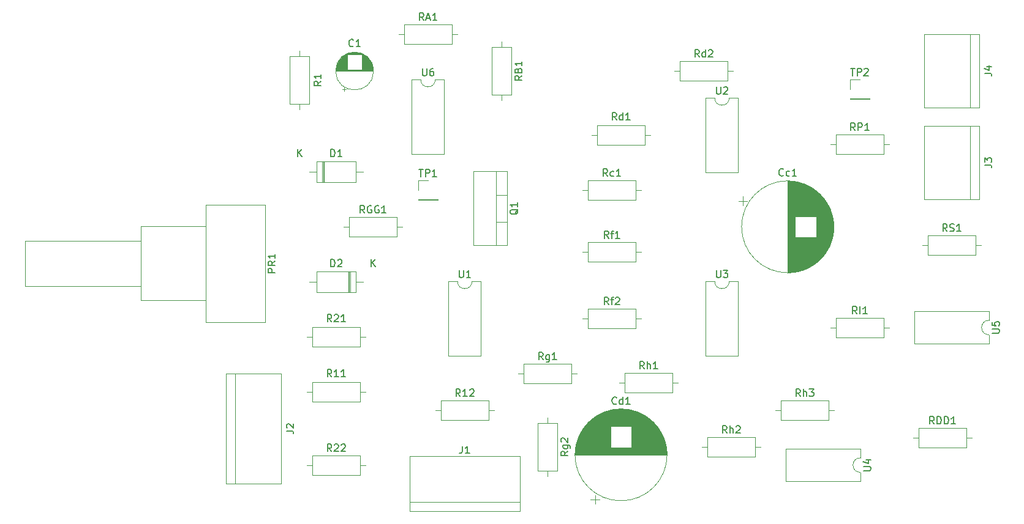
<source format=gbr>
%TF.GenerationSoftware,KiCad,Pcbnew,9.0.7*%
%TF.CreationDate,2026-02-02T16:44:15-03:00*%
%TF.ProjectId,Controlador PID,436f6e74-726f-46c6-9164-6f7220504944,rev?*%
%TF.SameCoordinates,Original*%
%TF.FileFunction,Legend,Top*%
%TF.FilePolarity,Positive*%
%FSLAX46Y46*%
G04 Gerber Fmt 4.6, Leading zero omitted, Abs format (unit mm)*
G04 Created by KiCad (PCBNEW 9.0.7) date 2026-02-02 16:44:15*
%MOMM*%
%LPD*%
G01*
G04 APERTURE LIST*
%ADD10C,0.150000*%
%ADD11C,0.120000*%
G04 APERTURE END LIST*
D10*
X114950952Y-69034819D02*
X114617619Y-68558628D01*
X114379524Y-69034819D02*
X114379524Y-68034819D01*
X114379524Y-68034819D02*
X114760476Y-68034819D01*
X114760476Y-68034819D02*
X114855714Y-68082438D01*
X114855714Y-68082438D02*
X114903333Y-68130057D01*
X114903333Y-68130057D02*
X114950952Y-68225295D01*
X114950952Y-68225295D02*
X114950952Y-68368152D01*
X114950952Y-68368152D02*
X114903333Y-68463390D01*
X114903333Y-68463390D02*
X114855714Y-68511009D01*
X114855714Y-68511009D02*
X114760476Y-68558628D01*
X114760476Y-68558628D02*
X114379524Y-68558628D01*
X115808095Y-69034819D02*
X115808095Y-68034819D01*
X115808095Y-68987200D02*
X115712857Y-69034819D01*
X115712857Y-69034819D02*
X115522381Y-69034819D01*
X115522381Y-69034819D02*
X115427143Y-68987200D01*
X115427143Y-68987200D02*
X115379524Y-68939580D01*
X115379524Y-68939580D02*
X115331905Y-68844342D01*
X115331905Y-68844342D02*
X115331905Y-68558628D01*
X115331905Y-68558628D02*
X115379524Y-68463390D01*
X115379524Y-68463390D02*
X115427143Y-68415771D01*
X115427143Y-68415771D02*
X115522381Y-68368152D01*
X115522381Y-68368152D02*
X115712857Y-68368152D01*
X115712857Y-68368152D02*
X115808095Y-68415771D01*
X116808095Y-69034819D02*
X116236667Y-69034819D01*
X116522381Y-69034819D02*
X116522381Y-68034819D01*
X116522381Y-68034819D02*
X116427143Y-68177676D01*
X116427143Y-68177676D02*
X116331905Y-68272914D01*
X116331905Y-68272914D02*
X116236667Y-68320533D01*
X165824819Y-75263333D02*
X166539104Y-75263333D01*
X166539104Y-75263333D02*
X166681961Y-75310952D01*
X166681961Y-75310952D02*
X166777200Y-75406190D01*
X166777200Y-75406190D02*
X166824819Y-75549047D01*
X166824819Y-75549047D02*
X166824819Y-75644285D01*
X165824819Y-74882380D02*
X165824819Y-74263333D01*
X165824819Y-74263333D02*
X166205771Y-74596666D01*
X166205771Y-74596666D02*
X166205771Y-74453809D01*
X166205771Y-74453809D02*
X166253390Y-74358571D01*
X166253390Y-74358571D02*
X166301009Y-74310952D01*
X166301009Y-74310952D02*
X166396247Y-74263333D01*
X166396247Y-74263333D02*
X166634342Y-74263333D01*
X166634342Y-74263333D02*
X166729580Y-74310952D01*
X166729580Y-74310952D02*
X166777200Y-74358571D01*
X166777200Y-74358571D02*
X166824819Y-74453809D01*
X166824819Y-74453809D02*
X166824819Y-74739523D01*
X166824819Y-74739523D02*
X166777200Y-74834761D01*
X166777200Y-74834761D02*
X166729580Y-74882380D01*
X166874819Y-98536904D02*
X167684342Y-98536904D01*
X167684342Y-98536904D02*
X167779580Y-98489285D01*
X167779580Y-98489285D02*
X167827200Y-98441666D01*
X167827200Y-98441666D02*
X167874819Y-98346428D01*
X167874819Y-98346428D02*
X167874819Y-98155952D01*
X167874819Y-98155952D02*
X167827200Y-98060714D01*
X167827200Y-98060714D02*
X167779580Y-98013095D01*
X167779580Y-98013095D02*
X167684342Y-97965476D01*
X167684342Y-97965476D02*
X166874819Y-97965476D01*
X166874819Y-97013095D02*
X166874819Y-97489285D01*
X166874819Y-97489285D02*
X167351009Y-97536904D01*
X167351009Y-97536904D02*
X167303390Y-97489285D01*
X167303390Y-97489285D02*
X167255771Y-97394047D01*
X167255771Y-97394047D02*
X167255771Y-97155952D01*
X167255771Y-97155952D02*
X167303390Y-97060714D01*
X167303390Y-97060714D02*
X167351009Y-97013095D01*
X167351009Y-97013095D02*
X167446247Y-96965476D01*
X167446247Y-96965476D02*
X167684342Y-96965476D01*
X167684342Y-96965476D02*
X167779580Y-97013095D01*
X167779580Y-97013095D02*
X167827200Y-97060714D01*
X167827200Y-97060714D02*
X167874819Y-97155952D01*
X167874819Y-97155952D02*
X167874819Y-97394047D01*
X167874819Y-97394047D02*
X167827200Y-97489285D01*
X167827200Y-97489285D02*
X167779580Y-97536904D01*
X75557142Y-96974819D02*
X75223809Y-96498628D01*
X74985714Y-96974819D02*
X74985714Y-95974819D01*
X74985714Y-95974819D02*
X75366666Y-95974819D01*
X75366666Y-95974819D02*
X75461904Y-96022438D01*
X75461904Y-96022438D02*
X75509523Y-96070057D01*
X75509523Y-96070057D02*
X75557142Y-96165295D01*
X75557142Y-96165295D02*
X75557142Y-96308152D01*
X75557142Y-96308152D02*
X75509523Y-96403390D01*
X75509523Y-96403390D02*
X75461904Y-96451009D01*
X75461904Y-96451009D02*
X75366666Y-96498628D01*
X75366666Y-96498628D02*
X74985714Y-96498628D01*
X75938095Y-96070057D02*
X75985714Y-96022438D01*
X75985714Y-96022438D02*
X76080952Y-95974819D01*
X76080952Y-95974819D02*
X76319047Y-95974819D01*
X76319047Y-95974819D02*
X76414285Y-96022438D01*
X76414285Y-96022438D02*
X76461904Y-96070057D01*
X76461904Y-96070057D02*
X76509523Y-96165295D01*
X76509523Y-96165295D02*
X76509523Y-96260533D01*
X76509523Y-96260533D02*
X76461904Y-96403390D01*
X76461904Y-96403390D02*
X75890476Y-96974819D01*
X75890476Y-96974819D02*
X76509523Y-96974819D01*
X77461904Y-96974819D02*
X76890476Y-96974819D01*
X77176190Y-96974819D02*
X77176190Y-95974819D01*
X77176190Y-95974819D02*
X77080952Y-96117676D01*
X77080952Y-96117676D02*
X76985714Y-96212914D01*
X76985714Y-96212914D02*
X76890476Y-96260533D01*
X158853333Y-111114819D02*
X158520000Y-110638628D01*
X158281905Y-111114819D02*
X158281905Y-110114819D01*
X158281905Y-110114819D02*
X158662857Y-110114819D01*
X158662857Y-110114819D02*
X158758095Y-110162438D01*
X158758095Y-110162438D02*
X158805714Y-110210057D01*
X158805714Y-110210057D02*
X158853333Y-110305295D01*
X158853333Y-110305295D02*
X158853333Y-110448152D01*
X158853333Y-110448152D02*
X158805714Y-110543390D01*
X158805714Y-110543390D02*
X158758095Y-110591009D01*
X158758095Y-110591009D02*
X158662857Y-110638628D01*
X158662857Y-110638628D02*
X158281905Y-110638628D01*
X159281905Y-111114819D02*
X159281905Y-110114819D01*
X159281905Y-110114819D02*
X159520000Y-110114819D01*
X159520000Y-110114819D02*
X159662857Y-110162438D01*
X159662857Y-110162438D02*
X159758095Y-110257676D01*
X159758095Y-110257676D02*
X159805714Y-110352914D01*
X159805714Y-110352914D02*
X159853333Y-110543390D01*
X159853333Y-110543390D02*
X159853333Y-110686247D01*
X159853333Y-110686247D02*
X159805714Y-110876723D01*
X159805714Y-110876723D02*
X159758095Y-110971961D01*
X159758095Y-110971961D02*
X159662857Y-111067200D01*
X159662857Y-111067200D02*
X159520000Y-111114819D01*
X159520000Y-111114819D02*
X159281905Y-111114819D01*
X160281905Y-111114819D02*
X160281905Y-110114819D01*
X160281905Y-110114819D02*
X160520000Y-110114819D01*
X160520000Y-110114819D02*
X160662857Y-110162438D01*
X160662857Y-110162438D02*
X160758095Y-110257676D01*
X160758095Y-110257676D02*
X160805714Y-110352914D01*
X160805714Y-110352914D02*
X160853333Y-110543390D01*
X160853333Y-110543390D02*
X160853333Y-110686247D01*
X160853333Y-110686247D02*
X160805714Y-110876723D01*
X160805714Y-110876723D02*
X160758095Y-110971961D01*
X160758095Y-110971961D02*
X160662857Y-111067200D01*
X160662857Y-111067200D02*
X160520000Y-111114819D01*
X160520000Y-111114819D02*
X160281905Y-111114819D01*
X161805714Y-111114819D02*
X161234286Y-111114819D01*
X161520000Y-111114819D02*
X161520000Y-110114819D01*
X161520000Y-110114819D02*
X161424762Y-110257676D01*
X161424762Y-110257676D02*
X161329524Y-110352914D01*
X161329524Y-110352914D02*
X161234286Y-110400533D01*
X93203095Y-89844819D02*
X93203095Y-90654342D01*
X93203095Y-90654342D02*
X93250714Y-90749580D01*
X93250714Y-90749580D02*
X93298333Y-90797200D01*
X93298333Y-90797200D02*
X93393571Y-90844819D01*
X93393571Y-90844819D02*
X93584047Y-90844819D01*
X93584047Y-90844819D02*
X93679285Y-90797200D01*
X93679285Y-90797200D02*
X93726904Y-90749580D01*
X93726904Y-90749580D02*
X93774523Y-90654342D01*
X93774523Y-90654342D02*
X93774523Y-89844819D01*
X94774523Y-90844819D02*
X94203095Y-90844819D01*
X94488809Y-90844819D02*
X94488809Y-89844819D01*
X94488809Y-89844819D02*
X94393571Y-89987676D01*
X94393571Y-89987676D02*
X94298333Y-90082914D01*
X94298333Y-90082914D02*
X94203095Y-90130533D01*
X75557142Y-104594819D02*
X75223809Y-104118628D01*
X74985714Y-104594819D02*
X74985714Y-103594819D01*
X74985714Y-103594819D02*
X75366666Y-103594819D01*
X75366666Y-103594819D02*
X75461904Y-103642438D01*
X75461904Y-103642438D02*
X75509523Y-103690057D01*
X75509523Y-103690057D02*
X75557142Y-103785295D01*
X75557142Y-103785295D02*
X75557142Y-103928152D01*
X75557142Y-103928152D02*
X75509523Y-104023390D01*
X75509523Y-104023390D02*
X75461904Y-104071009D01*
X75461904Y-104071009D02*
X75366666Y-104118628D01*
X75366666Y-104118628D02*
X74985714Y-104118628D01*
X76509523Y-104594819D02*
X75938095Y-104594819D01*
X76223809Y-104594819D02*
X76223809Y-103594819D01*
X76223809Y-103594819D02*
X76128571Y-103737676D01*
X76128571Y-103737676D02*
X76033333Y-103832914D01*
X76033333Y-103832914D02*
X75938095Y-103880533D01*
X77461904Y-104594819D02*
X76890476Y-104594819D01*
X77176190Y-104594819D02*
X77176190Y-103594819D01*
X77176190Y-103594819D02*
X77080952Y-103737676D01*
X77080952Y-103737676D02*
X76985714Y-103832914D01*
X76985714Y-103832914D02*
X76890476Y-103880533D01*
X128763095Y-89844819D02*
X128763095Y-90654342D01*
X128763095Y-90654342D02*
X128810714Y-90749580D01*
X128810714Y-90749580D02*
X128858333Y-90797200D01*
X128858333Y-90797200D02*
X128953571Y-90844819D01*
X128953571Y-90844819D02*
X129144047Y-90844819D01*
X129144047Y-90844819D02*
X129239285Y-90797200D01*
X129239285Y-90797200D02*
X129286904Y-90749580D01*
X129286904Y-90749580D02*
X129334523Y-90654342D01*
X129334523Y-90654342D02*
X129334523Y-89844819D01*
X129715476Y-89844819D02*
X130334523Y-89844819D01*
X130334523Y-89844819D02*
X130001190Y-90225771D01*
X130001190Y-90225771D02*
X130144047Y-90225771D01*
X130144047Y-90225771D02*
X130239285Y-90273390D01*
X130239285Y-90273390D02*
X130286904Y-90321009D01*
X130286904Y-90321009D02*
X130334523Y-90416247D01*
X130334523Y-90416247D02*
X130334523Y-90654342D01*
X130334523Y-90654342D02*
X130286904Y-90749580D01*
X130286904Y-90749580D02*
X130239285Y-90797200D01*
X130239285Y-90797200D02*
X130144047Y-90844819D01*
X130144047Y-90844819D02*
X129858333Y-90844819D01*
X129858333Y-90844819D02*
X129763095Y-90797200D01*
X129763095Y-90797200D02*
X129715476Y-90749580D01*
X165824819Y-62563333D02*
X166539104Y-62563333D01*
X166539104Y-62563333D02*
X166681961Y-62610952D01*
X166681961Y-62610952D02*
X166777200Y-62706190D01*
X166777200Y-62706190D02*
X166824819Y-62849047D01*
X166824819Y-62849047D02*
X166824819Y-62944285D01*
X166158152Y-61658571D02*
X166824819Y-61658571D01*
X165777200Y-61896666D02*
X166491485Y-62134761D01*
X166491485Y-62134761D02*
X166491485Y-61515714D01*
X128763095Y-64444819D02*
X128763095Y-65254342D01*
X128763095Y-65254342D02*
X128810714Y-65349580D01*
X128810714Y-65349580D02*
X128858333Y-65397200D01*
X128858333Y-65397200D02*
X128953571Y-65444819D01*
X128953571Y-65444819D02*
X129144047Y-65444819D01*
X129144047Y-65444819D02*
X129239285Y-65397200D01*
X129239285Y-65397200D02*
X129286904Y-65349580D01*
X129286904Y-65349580D02*
X129334523Y-65254342D01*
X129334523Y-65254342D02*
X129334523Y-64444819D01*
X129763095Y-64540057D02*
X129810714Y-64492438D01*
X129810714Y-64492438D02*
X129905952Y-64444819D01*
X129905952Y-64444819D02*
X130144047Y-64444819D01*
X130144047Y-64444819D02*
X130239285Y-64492438D01*
X130239285Y-64492438D02*
X130286904Y-64540057D01*
X130286904Y-64540057D02*
X130334523Y-64635295D01*
X130334523Y-64635295D02*
X130334523Y-64730533D01*
X130334523Y-64730533D02*
X130286904Y-64873390D01*
X130286904Y-64873390D02*
X129715476Y-65444819D01*
X129715476Y-65444819D02*
X130334523Y-65444819D01*
X147328095Y-61894819D02*
X147899523Y-61894819D01*
X147613809Y-62894819D02*
X147613809Y-61894819D01*
X148232857Y-62894819D02*
X148232857Y-61894819D01*
X148232857Y-61894819D02*
X148613809Y-61894819D01*
X148613809Y-61894819D02*
X148709047Y-61942438D01*
X148709047Y-61942438D02*
X148756666Y-61990057D01*
X148756666Y-61990057D02*
X148804285Y-62085295D01*
X148804285Y-62085295D02*
X148804285Y-62228152D01*
X148804285Y-62228152D02*
X148756666Y-62323390D01*
X148756666Y-62323390D02*
X148709047Y-62371009D01*
X148709047Y-62371009D02*
X148613809Y-62418628D01*
X148613809Y-62418628D02*
X148232857Y-62418628D01*
X149185238Y-61990057D02*
X149232857Y-61942438D01*
X149232857Y-61942438D02*
X149328095Y-61894819D01*
X149328095Y-61894819D02*
X149566190Y-61894819D01*
X149566190Y-61894819D02*
X149661428Y-61942438D01*
X149661428Y-61942438D02*
X149709047Y-61990057D01*
X149709047Y-61990057D02*
X149756666Y-62085295D01*
X149756666Y-62085295D02*
X149756666Y-62180533D01*
X149756666Y-62180533D02*
X149709047Y-62323390D01*
X149709047Y-62323390D02*
X149137619Y-62894819D01*
X149137619Y-62894819D02*
X149756666Y-62894819D01*
X138010802Y-76679580D02*
X137963183Y-76727200D01*
X137963183Y-76727200D02*
X137820326Y-76774819D01*
X137820326Y-76774819D02*
X137725088Y-76774819D01*
X137725088Y-76774819D02*
X137582231Y-76727200D01*
X137582231Y-76727200D02*
X137486993Y-76631961D01*
X137486993Y-76631961D02*
X137439374Y-76536723D01*
X137439374Y-76536723D02*
X137391755Y-76346247D01*
X137391755Y-76346247D02*
X137391755Y-76203390D01*
X137391755Y-76203390D02*
X137439374Y-76012914D01*
X137439374Y-76012914D02*
X137486993Y-75917676D01*
X137486993Y-75917676D02*
X137582231Y-75822438D01*
X137582231Y-75822438D02*
X137725088Y-75774819D01*
X137725088Y-75774819D02*
X137820326Y-75774819D01*
X137820326Y-75774819D02*
X137963183Y-75822438D01*
X137963183Y-75822438D02*
X138010802Y-75870057D01*
X138867945Y-76727200D02*
X138772707Y-76774819D01*
X138772707Y-76774819D02*
X138582231Y-76774819D01*
X138582231Y-76774819D02*
X138486993Y-76727200D01*
X138486993Y-76727200D02*
X138439374Y-76679580D01*
X138439374Y-76679580D02*
X138391755Y-76584342D01*
X138391755Y-76584342D02*
X138391755Y-76298628D01*
X138391755Y-76298628D02*
X138439374Y-76203390D01*
X138439374Y-76203390D02*
X138486993Y-76155771D01*
X138486993Y-76155771D02*
X138582231Y-76108152D01*
X138582231Y-76108152D02*
X138772707Y-76108152D01*
X138772707Y-76108152D02*
X138867945Y-76155771D01*
X139820326Y-76774819D02*
X139248898Y-76774819D01*
X139534612Y-76774819D02*
X139534612Y-75774819D01*
X139534612Y-75774819D02*
X139439374Y-75917676D01*
X139439374Y-75917676D02*
X139344136Y-76012914D01*
X139344136Y-76012914D02*
X139248898Y-76060533D01*
X80113333Y-81904819D02*
X79780000Y-81428628D01*
X79541905Y-81904819D02*
X79541905Y-80904819D01*
X79541905Y-80904819D02*
X79922857Y-80904819D01*
X79922857Y-80904819D02*
X80018095Y-80952438D01*
X80018095Y-80952438D02*
X80065714Y-81000057D01*
X80065714Y-81000057D02*
X80113333Y-81095295D01*
X80113333Y-81095295D02*
X80113333Y-81238152D01*
X80113333Y-81238152D02*
X80065714Y-81333390D01*
X80065714Y-81333390D02*
X80018095Y-81381009D01*
X80018095Y-81381009D02*
X79922857Y-81428628D01*
X79922857Y-81428628D02*
X79541905Y-81428628D01*
X81065714Y-80952438D02*
X80970476Y-80904819D01*
X80970476Y-80904819D02*
X80827619Y-80904819D01*
X80827619Y-80904819D02*
X80684762Y-80952438D01*
X80684762Y-80952438D02*
X80589524Y-81047676D01*
X80589524Y-81047676D02*
X80541905Y-81142914D01*
X80541905Y-81142914D02*
X80494286Y-81333390D01*
X80494286Y-81333390D02*
X80494286Y-81476247D01*
X80494286Y-81476247D02*
X80541905Y-81666723D01*
X80541905Y-81666723D02*
X80589524Y-81761961D01*
X80589524Y-81761961D02*
X80684762Y-81857200D01*
X80684762Y-81857200D02*
X80827619Y-81904819D01*
X80827619Y-81904819D02*
X80922857Y-81904819D01*
X80922857Y-81904819D02*
X81065714Y-81857200D01*
X81065714Y-81857200D02*
X81113333Y-81809580D01*
X81113333Y-81809580D02*
X81113333Y-81476247D01*
X81113333Y-81476247D02*
X80922857Y-81476247D01*
X82065714Y-80952438D02*
X81970476Y-80904819D01*
X81970476Y-80904819D02*
X81827619Y-80904819D01*
X81827619Y-80904819D02*
X81684762Y-80952438D01*
X81684762Y-80952438D02*
X81589524Y-81047676D01*
X81589524Y-81047676D02*
X81541905Y-81142914D01*
X81541905Y-81142914D02*
X81494286Y-81333390D01*
X81494286Y-81333390D02*
X81494286Y-81476247D01*
X81494286Y-81476247D02*
X81541905Y-81666723D01*
X81541905Y-81666723D02*
X81589524Y-81761961D01*
X81589524Y-81761961D02*
X81684762Y-81857200D01*
X81684762Y-81857200D02*
X81827619Y-81904819D01*
X81827619Y-81904819D02*
X81922857Y-81904819D01*
X81922857Y-81904819D02*
X82065714Y-81857200D01*
X82065714Y-81857200D02*
X82113333Y-81809580D01*
X82113333Y-81809580D02*
X82113333Y-81476247D01*
X82113333Y-81476247D02*
X81922857Y-81476247D01*
X83065714Y-81904819D02*
X82494286Y-81904819D01*
X82780000Y-81904819D02*
X82780000Y-80904819D01*
X82780000Y-80904819D02*
X82684762Y-81047676D01*
X82684762Y-81047676D02*
X82589524Y-81142914D01*
X82589524Y-81142914D02*
X82494286Y-81190533D01*
X75557142Y-114924819D02*
X75223809Y-114448628D01*
X74985714Y-114924819D02*
X74985714Y-113924819D01*
X74985714Y-113924819D02*
X75366666Y-113924819D01*
X75366666Y-113924819D02*
X75461904Y-113972438D01*
X75461904Y-113972438D02*
X75509523Y-114020057D01*
X75509523Y-114020057D02*
X75557142Y-114115295D01*
X75557142Y-114115295D02*
X75557142Y-114258152D01*
X75557142Y-114258152D02*
X75509523Y-114353390D01*
X75509523Y-114353390D02*
X75461904Y-114401009D01*
X75461904Y-114401009D02*
X75366666Y-114448628D01*
X75366666Y-114448628D02*
X74985714Y-114448628D01*
X75938095Y-114020057D02*
X75985714Y-113972438D01*
X75985714Y-113972438D02*
X76080952Y-113924819D01*
X76080952Y-113924819D02*
X76319047Y-113924819D01*
X76319047Y-113924819D02*
X76414285Y-113972438D01*
X76414285Y-113972438D02*
X76461904Y-114020057D01*
X76461904Y-114020057D02*
X76509523Y-114115295D01*
X76509523Y-114115295D02*
X76509523Y-114210533D01*
X76509523Y-114210533D02*
X76461904Y-114353390D01*
X76461904Y-114353390D02*
X75890476Y-114924819D01*
X75890476Y-114924819D02*
X76509523Y-114924819D01*
X76890476Y-114020057D02*
X76938095Y-113972438D01*
X76938095Y-113972438D02*
X77033333Y-113924819D01*
X77033333Y-113924819D02*
X77271428Y-113924819D01*
X77271428Y-113924819D02*
X77366666Y-113972438D01*
X77366666Y-113972438D02*
X77414285Y-114020057D01*
X77414285Y-114020057D02*
X77461904Y-114115295D01*
X77461904Y-114115295D02*
X77461904Y-114210533D01*
X77461904Y-114210533D02*
X77414285Y-114353390D01*
X77414285Y-114353390D02*
X76842857Y-114924819D01*
X76842857Y-114924819D02*
X77461904Y-114924819D01*
X160647142Y-84444819D02*
X160313809Y-83968628D01*
X160075714Y-84444819D02*
X160075714Y-83444819D01*
X160075714Y-83444819D02*
X160456666Y-83444819D01*
X160456666Y-83444819D02*
X160551904Y-83492438D01*
X160551904Y-83492438D02*
X160599523Y-83540057D01*
X160599523Y-83540057D02*
X160647142Y-83635295D01*
X160647142Y-83635295D02*
X160647142Y-83778152D01*
X160647142Y-83778152D02*
X160599523Y-83873390D01*
X160599523Y-83873390D02*
X160551904Y-83921009D01*
X160551904Y-83921009D02*
X160456666Y-83968628D01*
X160456666Y-83968628D02*
X160075714Y-83968628D01*
X161028095Y-84397200D02*
X161170952Y-84444819D01*
X161170952Y-84444819D02*
X161409047Y-84444819D01*
X161409047Y-84444819D02*
X161504285Y-84397200D01*
X161504285Y-84397200D02*
X161551904Y-84349580D01*
X161551904Y-84349580D02*
X161599523Y-84254342D01*
X161599523Y-84254342D02*
X161599523Y-84159104D01*
X161599523Y-84159104D02*
X161551904Y-84063866D01*
X161551904Y-84063866D02*
X161504285Y-84016247D01*
X161504285Y-84016247D02*
X161409047Y-83968628D01*
X161409047Y-83968628D02*
X161218571Y-83921009D01*
X161218571Y-83921009D02*
X161123333Y-83873390D01*
X161123333Y-83873390D02*
X161075714Y-83825771D01*
X161075714Y-83825771D02*
X161028095Y-83730533D01*
X161028095Y-83730533D02*
X161028095Y-83635295D01*
X161028095Y-83635295D02*
X161075714Y-83540057D01*
X161075714Y-83540057D02*
X161123333Y-83492438D01*
X161123333Y-83492438D02*
X161218571Y-83444819D01*
X161218571Y-83444819D02*
X161456666Y-83444819D01*
X161456666Y-83444819D02*
X161599523Y-83492438D01*
X162551904Y-84444819D02*
X161980476Y-84444819D01*
X162266190Y-84444819D02*
X162266190Y-83444819D01*
X162266190Y-83444819D02*
X162170952Y-83587676D01*
X162170952Y-83587676D02*
X162075714Y-83682914D01*
X162075714Y-83682914D02*
X161980476Y-83730533D01*
X113847618Y-85404819D02*
X113514285Y-84928628D01*
X113276190Y-85404819D02*
X113276190Y-84404819D01*
X113276190Y-84404819D02*
X113657142Y-84404819D01*
X113657142Y-84404819D02*
X113752380Y-84452438D01*
X113752380Y-84452438D02*
X113799999Y-84500057D01*
X113799999Y-84500057D02*
X113847618Y-84595295D01*
X113847618Y-84595295D02*
X113847618Y-84738152D01*
X113847618Y-84738152D02*
X113799999Y-84833390D01*
X113799999Y-84833390D02*
X113752380Y-84881009D01*
X113752380Y-84881009D02*
X113657142Y-84928628D01*
X113657142Y-84928628D02*
X113276190Y-84928628D01*
X114133333Y-84738152D02*
X114514285Y-84738152D01*
X114276190Y-85404819D02*
X114276190Y-84547676D01*
X114276190Y-84547676D02*
X114323809Y-84452438D01*
X114323809Y-84452438D02*
X114419047Y-84404819D01*
X114419047Y-84404819D02*
X114514285Y-84404819D01*
X115371428Y-85404819D02*
X114800000Y-85404819D01*
X115085714Y-85404819D02*
X115085714Y-84404819D01*
X115085714Y-84404819D02*
X114990476Y-84547676D01*
X114990476Y-84547676D02*
X114895238Y-84642914D01*
X114895238Y-84642914D02*
X114800000Y-84690533D01*
X67764819Y-90138094D02*
X66764819Y-90138094D01*
X66764819Y-90138094D02*
X66764819Y-89757142D01*
X66764819Y-89757142D02*
X66812438Y-89661904D01*
X66812438Y-89661904D02*
X66860057Y-89614285D01*
X66860057Y-89614285D02*
X66955295Y-89566666D01*
X66955295Y-89566666D02*
X67098152Y-89566666D01*
X67098152Y-89566666D02*
X67193390Y-89614285D01*
X67193390Y-89614285D02*
X67241009Y-89661904D01*
X67241009Y-89661904D02*
X67288628Y-89757142D01*
X67288628Y-89757142D02*
X67288628Y-90138094D01*
X67764819Y-88566666D02*
X67288628Y-88899999D01*
X67764819Y-89138094D02*
X66764819Y-89138094D01*
X66764819Y-89138094D02*
X66764819Y-88757142D01*
X66764819Y-88757142D02*
X66812438Y-88661904D01*
X66812438Y-88661904D02*
X66860057Y-88614285D01*
X66860057Y-88614285D02*
X66955295Y-88566666D01*
X66955295Y-88566666D02*
X67098152Y-88566666D01*
X67098152Y-88566666D02*
X67193390Y-88614285D01*
X67193390Y-88614285D02*
X67241009Y-88661904D01*
X67241009Y-88661904D02*
X67288628Y-88757142D01*
X67288628Y-88757142D02*
X67288628Y-89138094D01*
X67764819Y-87614285D02*
X67764819Y-88185713D01*
X67764819Y-87899999D02*
X66764819Y-87899999D01*
X66764819Y-87899999D02*
X66907676Y-87995237D01*
X66907676Y-87995237D02*
X67002914Y-88090475D01*
X67002914Y-88090475D02*
X67050533Y-88185713D01*
X140350952Y-107304819D02*
X140017619Y-106828628D01*
X139779524Y-107304819D02*
X139779524Y-106304819D01*
X139779524Y-106304819D02*
X140160476Y-106304819D01*
X140160476Y-106304819D02*
X140255714Y-106352438D01*
X140255714Y-106352438D02*
X140303333Y-106400057D01*
X140303333Y-106400057D02*
X140350952Y-106495295D01*
X140350952Y-106495295D02*
X140350952Y-106638152D01*
X140350952Y-106638152D02*
X140303333Y-106733390D01*
X140303333Y-106733390D02*
X140255714Y-106781009D01*
X140255714Y-106781009D02*
X140160476Y-106828628D01*
X140160476Y-106828628D02*
X139779524Y-106828628D01*
X140779524Y-107304819D02*
X140779524Y-106304819D01*
X141208095Y-107304819D02*
X141208095Y-106781009D01*
X141208095Y-106781009D02*
X141160476Y-106685771D01*
X141160476Y-106685771D02*
X141065238Y-106638152D01*
X141065238Y-106638152D02*
X140922381Y-106638152D01*
X140922381Y-106638152D02*
X140827143Y-106685771D01*
X140827143Y-106685771D02*
X140779524Y-106733390D01*
X141589048Y-106304819D02*
X142208095Y-106304819D01*
X142208095Y-106304819D02*
X141874762Y-106685771D01*
X141874762Y-106685771D02*
X142017619Y-106685771D01*
X142017619Y-106685771D02*
X142112857Y-106733390D01*
X142112857Y-106733390D02*
X142160476Y-106781009D01*
X142160476Y-106781009D02*
X142208095Y-106876247D01*
X142208095Y-106876247D02*
X142208095Y-107114342D01*
X142208095Y-107114342D02*
X142160476Y-107209580D01*
X142160476Y-107209580D02*
X142112857Y-107257200D01*
X142112857Y-107257200D02*
X142017619Y-107304819D01*
X142017619Y-107304819D02*
X141731905Y-107304819D01*
X141731905Y-107304819D02*
X141636667Y-107257200D01*
X141636667Y-107257200D02*
X141589048Y-107209580D01*
X93337142Y-107304819D02*
X93003809Y-106828628D01*
X92765714Y-107304819D02*
X92765714Y-106304819D01*
X92765714Y-106304819D02*
X93146666Y-106304819D01*
X93146666Y-106304819D02*
X93241904Y-106352438D01*
X93241904Y-106352438D02*
X93289523Y-106400057D01*
X93289523Y-106400057D02*
X93337142Y-106495295D01*
X93337142Y-106495295D02*
X93337142Y-106638152D01*
X93337142Y-106638152D02*
X93289523Y-106733390D01*
X93289523Y-106733390D02*
X93241904Y-106781009D01*
X93241904Y-106781009D02*
X93146666Y-106828628D01*
X93146666Y-106828628D02*
X92765714Y-106828628D01*
X94289523Y-107304819D02*
X93718095Y-107304819D01*
X94003809Y-107304819D02*
X94003809Y-106304819D01*
X94003809Y-106304819D02*
X93908571Y-106447676D01*
X93908571Y-106447676D02*
X93813333Y-106542914D01*
X93813333Y-106542914D02*
X93718095Y-106590533D01*
X94670476Y-106400057D02*
X94718095Y-106352438D01*
X94718095Y-106352438D02*
X94813333Y-106304819D01*
X94813333Y-106304819D02*
X95051428Y-106304819D01*
X95051428Y-106304819D02*
X95146666Y-106352438D01*
X95146666Y-106352438D02*
X95194285Y-106400057D01*
X95194285Y-106400057D02*
X95241904Y-106495295D01*
X95241904Y-106495295D02*
X95241904Y-106590533D01*
X95241904Y-106590533D02*
X95194285Y-106733390D01*
X95194285Y-106733390D02*
X94622857Y-107304819D01*
X94622857Y-107304819D02*
X95241904Y-107304819D01*
X149094819Y-117586904D02*
X149904342Y-117586904D01*
X149904342Y-117586904D02*
X149999580Y-117539285D01*
X149999580Y-117539285D02*
X150047200Y-117491666D01*
X150047200Y-117491666D02*
X150094819Y-117396428D01*
X150094819Y-117396428D02*
X150094819Y-117205952D01*
X150094819Y-117205952D02*
X150047200Y-117110714D01*
X150047200Y-117110714D02*
X149999580Y-117063095D01*
X149999580Y-117063095D02*
X149904342Y-117015476D01*
X149904342Y-117015476D02*
X149094819Y-117015476D01*
X149428152Y-116110714D02*
X150094819Y-116110714D01*
X149047200Y-116348809D02*
X149761485Y-116586904D01*
X149761485Y-116586904D02*
X149761485Y-115967857D01*
X118760952Y-103494819D02*
X118427619Y-103018628D01*
X118189524Y-103494819D02*
X118189524Y-102494819D01*
X118189524Y-102494819D02*
X118570476Y-102494819D01*
X118570476Y-102494819D02*
X118665714Y-102542438D01*
X118665714Y-102542438D02*
X118713333Y-102590057D01*
X118713333Y-102590057D02*
X118760952Y-102685295D01*
X118760952Y-102685295D02*
X118760952Y-102828152D01*
X118760952Y-102828152D02*
X118713333Y-102923390D01*
X118713333Y-102923390D02*
X118665714Y-102971009D01*
X118665714Y-102971009D02*
X118570476Y-103018628D01*
X118570476Y-103018628D02*
X118189524Y-103018628D01*
X119189524Y-103494819D02*
X119189524Y-102494819D01*
X119618095Y-103494819D02*
X119618095Y-102971009D01*
X119618095Y-102971009D02*
X119570476Y-102875771D01*
X119570476Y-102875771D02*
X119475238Y-102828152D01*
X119475238Y-102828152D02*
X119332381Y-102828152D01*
X119332381Y-102828152D02*
X119237143Y-102875771D01*
X119237143Y-102875771D02*
X119189524Y-102923390D01*
X120618095Y-103494819D02*
X120046667Y-103494819D01*
X120332381Y-103494819D02*
X120332381Y-102494819D01*
X120332381Y-102494819D02*
X120237143Y-102637676D01*
X120237143Y-102637676D02*
X120141905Y-102732914D01*
X120141905Y-102732914D02*
X120046667Y-102780533D01*
X88123095Y-61904819D02*
X88123095Y-62714342D01*
X88123095Y-62714342D02*
X88170714Y-62809580D01*
X88170714Y-62809580D02*
X88218333Y-62857200D01*
X88218333Y-62857200D02*
X88313571Y-62904819D01*
X88313571Y-62904819D02*
X88504047Y-62904819D01*
X88504047Y-62904819D02*
X88599285Y-62857200D01*
X88599285Y-62857200D02*
X88646904Y-62809580D01*
X88646904Y-62809580D02*
X88694523Y-62714342D01*
X88694523Y-62714342D02*
X88694523Y-61904819D01*
X89599285Y-61904819D02*
X89408809Y-61904819D01*
X89408809Y-61904819D02*
X89313571Y-61952438D01*
X89313571Y-61952438D02*
X89265952Y-62000057D01*
X89265952Y-62000057D02*
X89170714Y-62142914D01*
X89170714Y-62142914D02*
X89123095Y-62333390D01*
X89123095Y-62333390D02*
X89123095Y-62714342D01*
X89123095Y-62714342D02*
X89170714Y-62809580D01*
X89170714Y-62809580D02*
X89218333Y-62857200D01*
X89218333Y-62857200D02*
X89313571Y-62904819D01*
X89313571Y-62904819D02*
X89504047Y-62904819D01*
X89504047Y-62904819D02*
X89599285Y-62857200D01*
X89599285Y-62857200D02*
X89646904Y-62809580D01*
X89646904Y-62809580D02*
X89694523Y-62714342D01*
X89694523Y-62714342D02*
X89694523Y-62476247D01*
X89694523Y-62476247D02*
X89646904Y-62381009D01*
X89646904Y-62381009D02*
X89599285Y-62333390D01*
X89599285Y-62333390D02*
X89504047Y-62285771D01*
X89504047Y-62285771D02*
X89313571Y-62285771D01*
X89313571Y-62285771D02*
X89218333Y-62333390D01*
X89218333Y-62333390D02*
X89170714Y-62381009D01*
X89170714Y-62381009D02*
X89123095Y-62476247D01*
X78573333Y-58779580D02*
X78525714Y-58827200D01*
X78525714Y-58827200D02*
X78382857Y-58874819D01*
X78382857Y-58874819D02*
X78287619Y-58874819D01*
X78287619Y-58874819D02*
X78144762Y-58827200D01*
X78144762Y-58827200D02*
X78049524Y-58731961D01*
X78049524Y-58731961D02*
X78001905Y-58636723D01*
X78001905Y-58636723D02*
X77954286Y-58446247D01*
X77954286Y-58446247D02*
X77954286Y-58303390D01*
X77954286Y-58303390D02*
X78001905Y-58112914D01*
X78001905Y-58112914D02*
X78049524Y-58017676D01*
X78049524Y-58017676D02*
X78144762Y-57922438D01*
X78144762Y-57922438D02*
X78287619Y-57874819D01*
X78287619Y-57874819D02*
X78382857Y-57874819D01*
X78382857Y-57874819D02*
X78525714Y-57922438D01*
X78525714Y-57922438D02*
X78573333Y-57970057D01*
X79525714Y-58874819D02*
X78954286Y-58874819D01*
X79240000Y-58874819D02*
X79240000Y-57874819D01*
X79240000Y-57874819D02*
X79144762Y-58017676D01*
X79144762Y-58017676D02*
X79049524Y-58112914D01*
X79049524Y-58112914D02*
X78954286Y-58160533D01*
X74114819Y-63666666D02*
X73638628Y-63999999D01*
X74114819Y-64238094D02*
X73114819Y-64238094D01*
X73114819Y-64238094D02*
X73114819Y-63857142D01*
X73114819Y-63857142D02*
X73162438Y-63761904D01*
X73162438Y-63761904D02*
X73210057Y-63714285D01*
X73210057Y-63714285D02*
X73305295Y-63666666D01*
X73305295Y-63666666D02*
X73448152Y-63666666D01*
X73448152Y-63666666D02*
X73543390Y-63714285D01*
X73543390Y-63714285D02*
X73591009Y-63761904D01*
X73591009Y-63761904D02*
X73638628Y-63857142D01*
X73638628Y-63857142D02*
X73638628Y-64238094D01*
X74114819Y-62714285D02*
X74114819Y-63285713D01*
X74114819Y-62999999D02*
X73114819Y-62999999D01*
X73114819Y-62999999D02*
X73257676Y-63095237D01*
X73257676Y-63095237D02*
X73352914Y-63190475D01*
X73352914Y-63190475D02*
X73400533Y-63285713D01*
X130190952Y-112384819D02*
X129857619Y-111908628D01*
X129619524Y-112384819D02*
X129619524Y-111384819D01*
X129619524Y-111384819D02*
X130000476Y-111384819D01*
X130000476Y-111384819D02*
X130095714Y-111432438D01*
X130095714Y-111432438D02*
X130143333Y-111480057D01*
X130143333Y-111480057D02*
X130190952Y-111575295D01*
X130190952Y-111575295D02*
X130190952Y-111718152D01*
X130190952Y-111718152D02*
X130143333Y-111813390D01*
X130143333Y-111813390D02*
X130095714Y-111861009D01*
X130095714Y-111861009D02*
X130000476Y-111908628D01*
X130000476Y-111908628D02*
X129619524Y-111908628D01*
X130619524Y-112384819D02*
X130619524Y-111384819D01*
X131048095Y-112384819D02*
X131048095Y-111861009D01*
X131048095Y-111861009D02*
X131000476Y-111765771D01*
X131000476Y-111765771D02*
X130905238Y-111718152D01*
X130905238Y-111718152D02*
X130762381Y-111718152D01*
X130762381Y-111718152D02*
X130667143Y-111765771D01*
X130667143Y-111765771D02*
X130619524Y-111813390D01*
X131476667Y-111480057D02*
X131524286Y-111432438D01*
X131524286Y-111432438D02*
X131619524Y-111384819D01*
X131619524Y-111384819D02*
X131857619Y-111384819D01*
X131857619Y-111384819D02*
X131952857Y-111432438D01*
X131952857Y-111432438D02*
X132000476Y-111480057D01*
X132000476Y-111480057D02*
X132048095Y-111575295D01*
X132048095Y-111575295D02*
X132048095Y-111670533D01*
X132048095Y-111670533D02*
X132000476Y-111813390D01*
X132000476Y-111813390D02*
X131429048Y-112384819D01*
X131429048Y-112384819D02*
X132048095Y-112384819D01*
X113704761Y-76824819D02*
X113371428Y-76348628D01*
X113133333Y-76824819D02*
X113133333Y-75824819D01*
X113133333Y-75824819D02*
X113514285Y-75824819D01*
X113514285Y-75824819D02*
X113609523Y-75872438D01*
X113609523Y-75872438D02*
X113657142Y-75920057D01*
X113657142Y-75920057D02*
X113704761Y-76015295D01*
X113704761Y-76015295D02*
X113704761Y-76158152D01*
X113704761Y-76158152D02*
X113657142Y-76253390D01*
X113657142Y-76253390D02*
X113609523Y-76301009D01*
X113609523Y-76301009D02*
X113514285Y-76348628D01*
X113514285Y-76348628D02*
X113133333Y-76348628D01*
X114561904Y-76777200D02*
X114466666Y-76824819D01*
X114466666Y-76824819D02*
X114276190Y-76824819D01*
X114276190Y-76824819D02*
X114180952Y-76777200D01*
X114180952Y-76777200D02*
X114133333Y-76729580D01*
X114133333Y-76729580D02*
X114085714Y-76634342D01*
X114085714Y-76634342D02*
X114085714Y-76348628D01*
X114085714Y-76348628D02*
X114133333Y-76253390D01*
X114133333Y-76253390D02*
X114180952Y-76205771D01*
X114180952Y-76205771D02*
X114276190Y-76158152D01*
X114276190Y-76158152D02*
X114466666Y-76158152D01*
X114466666Y-76158152D02*
X114561904Y-76205771D01*
X115514285Y-76824819D02*
X114942857Y-76824819D01*
X115228571Y-76824819D02*
X115228571Y-75824819D01*
X115228571Y-75824819D02*
X115133333Y-75967676D01*
X115133333Y-75967676D02*
X115038095Y-76062914D01*
X115038095Y-76062914D02*
X114942857Y-76110533D01*
X148185238Y-95874819D02*
X147851905Y-95398628D01*
X147613810Y-95874819D02*
X147613810Y-94874819D01*
X147613810Y-94874819D02*
X147994762Y-94874819D01*
X147994762Y-94874819D02*
X148090000Y-94922438D01*
X148090000Y-94922438D02*
X148137619Y-94970057D01*
X148137619Y-94970057D02*
X148185238Y-95065295D01*
X148185238Y-95065295D02*
X148185238Y-95208152D01*
X148185238Y-95208152D02*
X148137619Y-95303390D01*
X148137619Y-95303390D02*
X148090000Y-95351009D01*
X148090000Y-95351009D02*
X147994762Y-95398628D01*
X147994762Y-95398628D02*
X147613810Y-95398628D01*
X148613810Y-95874819D02*
X148613810Y-94874819D01*
X149613809Y-95874819D02*
X149042381Y-95874819D01*
X149328095Y-95874819D02*
X149328095Y-94874819D01*
X149328095Y-94874819D02*
X149232857Y-95017676D01*
X149232857Y-95017676D02*
X149137619Y-95112914D01*
X149137619Y-95112914D02*
X149042381Y-95160533D01*
X75461905Y-74114819D02*
X75461905Y-73114819D01*
X75461905Y-73114819D02*
X75700000Y-73114819D01*
X75700000Y-73114819D02*
X75842857Y-73162438D01*
X75842857Y-73162438D02*
X75938095Y-73257676D01*
X75938095Y-73257676D02*
X75985714Y-73352914D01*
X75985714Y-73352914D02*
X76033333Y-73543390D01*
X76033333Y-73543390D02*
X76033333Y-73686247D01*
X76033333Y-73686247D02*
X75985714Y-73876723D01*
X75985714Y-73876723D02*
X75938095Y-73971961D01*
X75938095Y-73971961D02*
X75842857Y-74067200D01*
X75842857Y-74067200D02*
X75700000Y-74114819D01*
X75700000Y-74114819D02*
X75461905Y-74114819D01*
X76985714Y-74114819D02*
X76414286Y-74114819D01*
X76700000Y-74114819D02*
X76700000Y-73114819D01*
X76700000Y-73114819D02*
X76604762Y-73257676D01*
X76604762Y-73257676D02*
X76509524Y-73352914D01*
X76509524Y-73352914D02*
X76414286Y-73400533D01*
X70858095Y-74114819D02*
X70858095Y-73114819D01*
X71429523Y-74114819D02*
X71000952Y-73543390D01*
X71429523Y-73114819D02*
X70858095Y-73686247D01*
X101884819Y-62896666D02*
X101408628Y-63229999D01*
X101884819Y-63468094D02*
X100884819Y-63468094D01*
X100884819Y-63468094D02*
X100884819Y-63087142D01*
X100884819Y-63087142D02*
X100932438Y-62991904D01*
X100932438Y-62991904D02*
X100980057Y-62944285D01*
X100980057Y-62944285D02*
X101075295Y-62896666D01*
X101075295Y-62896666D02*
X101218152Y-62896666D01*
X101218152Y-62896666D02*
X101313390Y-62944285D01*
X101313390Y-62944285D02*
X101361009Y-62991904D01*
X101361009Y-62991904D02*
X101408628Y-63087142D01*
X101408628Y-63087142D02*
X101408628Y-63468094D01*
X101361009Y-62134761D02*
X101408628Y-61991904D01*
X101408628Y-61991904D02*
X101456247Y-61944285D01*
X101456247Y-61944285D02*
X101551485Y-61896666D01*
X101551485Y-61896666D02*
X101694342Y-61896666D01*
X101694342Y-61896666D02*
X101789580Y-61944285D01*
X101789580Y-61944285D02*
X101837200Y-61991904D01*
X101837200Y-61991904D02*
X101884819Y-62087142D01*
X101884819Y-62087142D02*
X101884819Y-62468094D01*
X101884819Y-62468094D02*
X100884819Y-62468094D01*
X100884819Y-62468094D02*
X100884819Y-62134761D01*
X100884819Y-62134761D02*
X100932438Y-62039523D01*
X100932438Y-62039523D02*
X100980057Y-61991904D01*
X100980057Y-61991904D02*
X101075295Y-61944285D01*
X101075295Y-61944285D02*
X101170533Y-61944285D01*
X101170533Y-61944285D02*
X101265771Y-61991904D01*
X101265771Y-61991904D02*
X101313390Y-62039523D01*
X101313390Y-62039523D02*
X101361009Y-62134761D01*
X101361009Y-62134761D02*
X101361009Y-62468094D01*
X101884819Y-60944285D02*
X101884819Y-61515713D01*
X101884819Y-61229999D02*
X100884819Y-61229999D01*
X100884819Y-61229999D02*
X101027676Y-61325237D01*
X101027676Y-61325237D02*
X101122914Y-61420475D01*
X101122914Y-61420475D02*
X101170533Y-61515713D01*
X69304819Y-112093333D02*
X70019104Y-112093333D01*
X70019104Y-112093333D02*
X70161961Y-112140952D01*
X70161961Y-112140952D02*
X70257200Y-112236190D01*
X70257200Y-112236190D02*
X70304819Y-112379047D01*
X70304819Y-112379047D02*
X70304819Y-112474285D01*
X69400057Y-111664761D02*
X69352438Y-111617142D01*
X69352438Y-111617142D02*
X69304819Y-111521904D01*
X69304819Y-111521904D02*
X69304819Y-111283809D01*
X69304819Y-111283809D02*
X69352438Y-111188571D01*
X69352438Y-111188571D02*
X69400057Y-111140952D01*
X69400057Y-111140952D02*
X69495295Y-111093333D01*
X69495295Y-111093333D02*
X69590533Y-111093333D01*
X69590533Y-111093333D02*
X69733390Y-111140952D01*
X69733390Y-111140952D02*
X70304819Y-111712380D01*
X70304819Y-111712380D02*
X70304819Y-111093333D01*
X101340057Y-81375238D02*
X101292438Y-81470476D01*
X101292438Y-81470476D02*
X101197200Y-81565714D01*
X101197200Y-81565714D02*
X101054342Y-81708571D01*
X101054342Y-81708571D02*
X101006723Y-81803809D01*
X101006723Y-81803809D02*
X101006723Y-81899047D01*
X101244819Y-81851428D02*
X101197200Y-81946666D01*
X101197200Y-81946666D02*
X101101961Y-82041904D01*
X101101961Y-82041904D02*
X100911485Y-82089523D01*
X100911485Y-82089523D02*
X100578152Y-82089523D01*
X100578152Y-82089523D02*
X100387676Y-82041904D01*
X100387676Y-82041904D02*
X100292438Y-81946666D01*
X100292438Y-81946666D02*
X100244819Y-81851428D01*
X100244819Y-81851428D02*
X100244819Y-81660952D01*
X100244819Y-81660952D02*
X100292438Y-81565714D01*
X100292438Y-81565714D02*
X100387676Y-81470476D01*
X100387676Y-81470476D02*
X100578152Y-81422857D01*
X100578152Y-81422857D02*
X100911485Y-81422857D01*
X100911485Y-81422857D02*
X101101961Y-81470476D01*
X101101961Y-81470476D02*
X101197200Y-81565714D01*
X101197200Y-81565714D02*
X101244819Y-81660952D01*
X101244819Y-81660952D02*
X101244819Y-81851428D01*
X101244819Y-80470476D02*
X101244819Y-81041904D01*
X101244819Y-80756190D02*
X100244819Y-80756190D01*
X100244819Y-80756190D02*
X100387676Y-80851428D01*
X100387676Y-80851428D02*
X100482914Y-80946666D01*
X100482914Y-80946666D02*
X100530533Y-81041904D01*
X75461905Y-89354819D02*
X75461905Y-88354819D01*
X75461905Y-88354819D02*
X75700000Y-88354819D01*
X75700000Y-88354819D02*
X75842857Y-88402438D01*
X75842857Y-88402438D02*
X75938095Y-88497676D01*
X75938095Y-88497676D02*
X75985714Y-88592914D01*
X75985714Y-88592914D02*
X76033333Y-88783390D01*
X76033333Y-88783390D02*
X76033333Y-88926247D01*
X76033333Y-88926247D02*
X75985714Y-89116723D01*
X75985714Y-89116723D02*
X75938095Y-89211961D01*
X75938095Y-89211961D02*
X75842857Y-89307200D01*
X75842857Y-89307200D02*
X75700000Y-89354819D01*
X75700000Y-89354819D02*
X75461905Y-89354819D01*
X76414286Y-88450057D02*
X76461905Y-88402438D01*
X76461905Y-88402438D02*
X76557143Y-88354819D01*
X76557143Y-88354819D02*
X76795238Y-88354819D01*
X76795238Y-88354819D02*
X76890476Y-88402438D01*
X76890476Y-88402438D02*
X76938095Y-88450057D01*
X76938095Y-88450057D02*
X76985714Y-88545295D01*
X76985714Y-88545295D02*
X76985714Y-88640533D01*
X76985714Y-88640533D02*
X76938095Y-88783390D01*
X76938095Y-88783390D02*
X76366667Y-89354819D01*
X76366667Y-89354819D02*
X76985714Y-89354819D01*
X81018095Y-89354819D02*
X81018095Y-88354819D01*
X81589523Y-89354819D02*
X81160952Y-88783390D01*
X81589523Y-88354819D02*
X81018095Y-88926247D01*
X87638095Y-75864819D02*
X88209523Y-75864819D01*
X87923809Y-76864819D02*
X87923809Y-75864819D01*
X88542857Y-76864819D02*
X88542857Y-75864819D01*
X88542857Y-75864819D02*
X88923809Y-75864819D01*
X88923809Y-75864819D02*
X89019047Y-75912438D01*
X89019047Y-75912438D02*
X89066666Y-75960057D01*
X89066666Y-75960057D02*
X89114285Y-76055295D01*
X89114285Y-76055295D02*
X89114285Y-76198152D01*
X89114285Y-76198152D02*
X89066666Y-76293390D01*
X89066666Y-76293390D02*
X89019047Y-76341009D01*
X89019047Y-76341009D02*
X88923809Y-76388628D01*
X88923809Y-76388628D02*
X88542857Y-76388628D01*
X90066666Y-76864819D02*
X89495238Y-76864819D01*
X89780952Y-76864819D02*
X89780952Y-75864819D01*
X89780952Y-75864819D02*
X89685714Y-76007676D01*
X89685714Y-76007676D02*
X89590476Y-76102914D01*
X89590476Y-76102914D02*
X89495238Y-76150533D01*
X108234819Y-114919047D02*
X107758628Y-115252380D01*
X108234819Y-115490475D02*
X107234819Y-115490475D01*
X107234819Y-115490475D02*
X107234819Y-115109523D01*
X107234819Y-115109523D02*
X107282438Y-115014285D01*
X107282438Y-115014285D02*
X107330057Y-114966666D01*
X107330057Y-114966666D02*
X107425295Y-114919047D01*
X107425295Y-114919047D02*
X107568152Y-114919047D01*
X107568152Y-114919047D02*
X107663390Y-114966666D01*
X107663390Y-114966666D02*
X107711009Y-115014285D01*
X107711009Y-115014285D02*
X107758628Y-115109523D01*
X107758628Y-115109523D02*
X107758628Y-115490475D01*
X107568152Y-114061904D02*
X108377676Y-114061904D01*
X108377676Y-114061904D02*
X108472914Y-114109523D01*
X108472914Y-114109523D02*
X108520533Y-114157142D01*
X108520533Y-114157142D02*
X108568152Y-114252380D01*
X108568152Y-114252380D02*
X108568152Y-114395237D01*
X108568152Y-114395237D02*
X108520533Y-114490475D01*
X108187200Y-114061904D02*
X108234819Y-114157142D01*
X108234819Y-114157142D02*
X108234819Y-114347618D01*
X108234819Y-114347618D02*
X108187200Y-114442856D01*
X108187200Y-114442856D02*
X108139580Y-114490475D01*
X108139580Y-114490475D02*
X108044342Y-114538094D01*
X108044342Y-114538094D02*
X107758628Y-114538094D01*
X107758628Y-114538094D02*
X107663390Y-114490475D01*
X107663390Y-114490475D02*
X107615771Y-114442856D01*
X107615771Y-114442856D02*
X107568152Y-114347618D01*
X107568152Y-114347618D02*
X107568152Y-114157142D01*
X107568152Y-114157142D02*
X107615771Y-114061904D01*
X107330057Y-113633332D02*
X107282438Y-113585713D01*
X107282438Y-113585713D02*
X107234819Y-113490475D01*
X107234819Y-113490475D02*
X107234819Y-113252380D01*
X107234819Y-113252380D02*
X107282438Y-113157142D01*
X107282438Y-113157142D02*
X107330057Y-113109523D01*
X107330057Y-113109523D02*
X107425295Y-113061904D01*
X107425295Y-113061904D02*
X107520533Y-113061904D01*
X107520533Y-113061904D02*
X107663390Y-113109523D01*
X107663390Y-113109523D02*
X108234819Y-113680951D01*
X108234819Y-113680951D02*
X108234819Y-113061904D01*
X126380952Y-60314819D02*
X126047619Y-59838628D01*
X125809524Y-60314819D02*
X125809524Y-59314819D01*
X125809524Y-59314819D02*
X126190476Y-59314819D01*
X126190476Y-59314819D02*
X126285714Y-59362438D01*
X126285714Y-59362438D02*
X126333333Y-59410057D01*
X126333333Y-59410057D02*
X126380952Y-59505295D01*
X126380952Y-59505295D02*
X126380952Y-59648152D01*
X126380952Y-59648152D02*
X126333333Y-59743390D01*
X126333333Y-59743390D02*
X126285714Y-59791009D01*
X126285714Y-59791009D02*
X126190476Y-59838628D01*
X126190476Y-59838628D02*
X125809524Y-59838628D01*
X127238095Y-60314819D02*
X127238095Y-59314819D01*
X127238095Y-60267200D02*
X127142857Y-60314819D01*
X127142857Y-60314819D02*
X126952381Y-60314819D01*
X126952381Y-60314819D02*
X126857143Y-60267200D01*
X126857143Y-60267200D02*
X126809524Y-60219580D01*
X126809524Y-60219580D02*
X126761905Y-60124342D01*
X126761905Y-60124342D02*
X126761905Y-59838628D01*
X126761905Y-59838628D02*
X126809524Y-59743390D01*
X126809524Y-59743390D02*
X126857143Y-59695771D01*
X126857143Y-59695771D02*
X126952381Y-59648152D01*
X126952381Y-59648152D02*
X127142857Y-59648152D01*
X127142857Y-59648152D02*
X127238095Y-59695771D01*
X127666667Y-59410057D02*
X127714286Y-59362438D01*
X127714286Y-59362438D02*
X127809524Y-59314819D01*
X127809524Y-59314819D02*
X128047619Y-59314819D01*
X128047619Y-59314819D02*
X128142857Y-59362438D01*
X128142857Y-59362438D02*
X128190476Y-59410057D01*
X128190476Y-59410057D02*
X128238095Y-59505295D01*
X128238095Y-59505295D02*
X128238095Y-59600533D01*
X128238095Y-59600533D02*
X128190476Y-59743390D01*
X128190476Y-59743390D02*
X127619048Y-60314819D01*
X127619048Y-60314819D02*
X128238095Y-60314819D01*
X88304761Y-55234819D02*
X87971428Y-54758628D01*
X87733333Y-55234819D02*
X87733333Y-54234819D01*
X87733333Y-54234819D02*
X88114285Y-54234819D01*
X88114285Y-54234819D02*
X88209523Y-54282438D01*
X88209523Y-54282438D02*
X88257142Y-54330057D01*
X88257142Y-54330057D02*
X88304761Y-54425295D01*
X88304761Y-54425295D02*
X88304761Y-54568152D01*
X88304761Y-54568152D02*
X88257142Y-54663390D01*
X88257142Y-54663390D02*
X88209523Y-54711009D01*
X88209523Y-54711009D02*
X88114285Y-54758628D01*
X88114285Y-54758628D02*
X87733333Y-54758628D01*
X88685714Y-54949104D02*
X89161904Y-54949104D01*
X88590476Y-55234819D02*
X88923809Y-54234819D01*
X88923809Y-54234819D02*
X89257142Y-55234819D01*
X90114285Y-55234819D02*
X89542857Y-55234819D01*
X89828571Y-55234819D02*
X89828571Y-54234819D01*
X89828571Y-54234819D02*
X89733333Y-54377676D01*
X89733333Y-54377676D02*
X89638095Y-54472914D01*
X89638095Y-54472914D02*
X89542857Y-54520533D01*
X93616666Y-114184819D02*
X93616666Y-114899104D01*
X93616666Y-114899104D02*
X93569047Y-115041961D01*
X93569047Y-115041961D02*
X93473809Y-115137200D01*
X93473809Y-115137200D02*
X93330952Y-115184819D01*
X93330952Y-115184819D02*
X93235714Y-115184819D01*
X94616666Y-115184819D02*
X94045238Y-115184819D01*
X94330952Y-115184819D02*
X94330952Y-114184819D01*
X94330952Y-114184819D02*
X94235714Y-114327676D01*
X94235714Y-114327676D02*
X94140476Y-114422914D01*
X94140476Y-114422914D02*
X94045238Y-114470533D01*
X114950952Y-108309580D02*
X114903333Y-108357200D01*
X114903333Y-108357200D02*
X114760476Y-108404819D01*
X114760476Y-108404819D02*
X114665238Y-108404819D01*
X114665238Y-108404819D02*
X114522381Y-108357200D01*
X114522381Y-108357200D02*
X114427143Y-108261961D01*
X114427143Y-108261961D02*
X114379524Y-108166723D01*
X114379524Y-108166723D02*
X114331905Y-107976247D01*
X114331905Y-107976247D02*
X114331905Y-107833390D01*
X114331905Y-107833390D02*
X114379524Y-107642914D01*
X114379524Y-107642914D02*
X114427143Y-107547676D01*
X114427143Y-107547676D02*
X114522381Y-107452438D01*
X114522381Y-107452438D02*
X114665238Y-107404819D01*
X114665238Y-107404819D02*
X114760476Y-107404819D01*
X114760476Y-107404819D02*
X114903333Y-107452438D01*
X114903333Y-107452438D02*
X114950952Y-107500057D01*
X115808095Y-108404819D02*
X115808095Y-107404819D01*
X115808095Y-108357200D02*
X115712857Y-108404819D01*
X115712857Y-108404819D02*
X115522381Y-108404819D01*
X115522381Y-108404819D02*
X115427143Y-108357200D01*
X115427143Y-108357200D02*
X115379524Y-108309580D01*
X115379524Y-108309580D02*
X115331905Y-108214342D01*
X115331905Y-108214342D02*
X115331905Y-107928628D01*
X115331905Y-107928628D02*
X115379524Y-107833390D01*
X115379524Y-107833390D02*
X115427143Y-107785771D01*
X115427143Y-107785771D02*
X115522381Y-107738152D01*
X115522381Y-107738152D02*
X115712857Y-107738152D01*
X115712857Y-107738152D02*
X115808095Y-107785771D01*
X116808095Y-108404819D02*
X116236667Y-108404819D01*
X116522381Y-108404819D02*
X116522381Y-107404819D01*
X116522381Y-107404819D02*
X116427143Y-107547676D01*
X116427143Y-107547676D02*
X116331905Y-107642914D01*
X116331905Y-107642914D02*
X116236667Y-107690533D01*
X104790952Y-102224819D02*
X104457619Y-101748628D01*
X104219524Y-102224819D02*
X104219524Y-101224819D01*
X104219524Y-101224819D02*
X104600476Y-101224819D01*
X104600476Y-101224819D02*
X104695714Y-101272438D01*
X104695714Y-101272438D02*
X104743333Y-101320057D01*
X104743333Y-101320057D02*
X104790952Y-101415295D01*
X104790952Y-101415295D02*
X104790952Y-101558152D01*
X104790952Y-101558152D02*
X104743333Y-101653390D01*
X104743333Y-101653390D02*
X104695714Y-101701009D01*
X104695714Y-101701009D02*
X104600476Y-101748628D01*
X104600476Y-101748628D02*
X104219524Y-101748628D01*
X105648095Y-101558152D02*
X105648095Y-102367676D01*
X105648095Y-102367676D02*
X105600476Y-102462914D01*
X105600476Y-102462914D02*
X105552857Y-102510533D01*
X105552857Y-102510533D02*
X105457619Y-102558152D01*
X105457619Y-102558152D02*
X105314762Y-102558152D01*
X105314762Y-102558152D02*
X105219524Y-102510533D01*
X105648095Y-102177200D02*
X105552857Y-102224819D01*
X105552857Y-102224819D02*
X105362381Y-102224819D01*
X105362381Y-102224819D02*
X105267143Y-102177200D01*
X105267143Y-102177200D02*
X105219524Y-102129580D01*
X105219524Y-102129580D02*
X105171905Y-102034342D01*
X105171905Y-102034342D02*
X105171905Y-101748628D01*
X105171905Y-101748628D02*
X105219524Y-101653390D01*
X105219524Y-101653390D02*
X105267143Y-101605771D01*
X105267143Y-101605771D02*
X105362381Y-101558152D01*
X105362381Y-101558152D02*
X105552857Y-101558152D01*
X105552857Y-101558152D02*
X105648095Y-101605771D01*
X106648095Y-102224819D02*
X106076667Y-102224819D01*
X106362381Y-102224819D02*
X106362381Y-101224819D01*
X106362381Y-101224819D02*
X106267143Y-101367676D01*
X106267143Y-101367676D02*
X106171905Y-101462914D01*
X106171905Y-101462914D02*
X106076667Y-101510533D01*
X113847618Y-94604819D02*
X113514285Y-94128628D01*
X113276190Y-94604819D02*
X113276190Y-93604819D01*
X113276190Y-93604819D02*
X113657142Y-93604819D01*
X113657142Y-93604819D02*
X113752380Y-93652438D01*
X113752380Y-93652438D02*
X113799999Y-93700057D01*
X113799999Y-93700057D02*
X113847618Y-93795295D01*
X113847618Y-93795295D02*
X113847618Y-93938152D01*
X113847618Y-93938152D02*
X113799999Y-94033390D01*
X113799999Y-94033390D02*
X113752380Y-94081009D01*
X113752380Y-94081009D02*
X113657142Y-94128628D01*
X113657142Y-94128628D02*
X113276190Y-94128628D01*
X114133333Y-93938152D02*
X114514285Y-93938152D01*
X114276190Y-94604819D02*
X114276190Y-93747676D01*
X114276190Y-93747676D02*
X114323809Y-93652438D01*
X114323809Y-93652438D02*
X114419047Y-93604819D01*
X114419047Y-93604819D02*
X114514285Y-93604819D01*
X114800000Y-93700057D02*
X114847619Y-93652438D01*
X114847619Y-93652438D02*
X114942857Y-93604819D01*
X114942857Y-93604819D02*
X115180952Y-93604819D01*
X115180952Y-93604819D02*
X115276190Y-93652438D01*
X115276190Y-93652438D02*
X115323809Y-93700057D01*
X115323809Y-93700057D02*
X115371428Y-93795295D01*
X115371428Y-93795295D02*
X115371428Y-93890533D01*
X115371428Y-93890533D02*
X115323809Y-94033390D01*
X115323809Y-94033390D02*
X114752381Y-94604819D01*
X114752381Y-94604819D02*
X115371428Y-94604819D01*
X147923333Y-70474819D02*
X147590000Y-69998628D01*
X147351905Y-70474819D02*
X147351905Y-69474819D01*
X147351905Y-69474819D02*
X147732857Y-69474819D01*
X147732857Y-69474819D02*
X147828095Y-69522438D01*
X147828095Y-69522438D02*
X147875714Y-69570057D01*
X147875714Y-69570057D02*
X147923333Y-69665295D01*
X147923333Y-69665295D02*
X147923333Y-69808152D01*
X147923333Y-69808152D02*
X147875714Y-69903390D01*
X147875714Y-69903390D02*
X147828095Y-69951009D01*
X147828095Y-69951009D02*
X147732857Y-69998628D01*
X147732857Y-69998628D02*
X147351905Y-69998628D01*
X148351905Y-70474819D02*
X148351905Y-69474819D01*
X148351905Y-69474819D02*
X148732857Y-69474819D01*
X148732857Y-69474819D02*
X148828095Y-69522438D01*
X148828095Y-69522438D02*
X148875714Y-69570057D01*
X148875714Y-69570057D02*
X148923333Y-69665295D01*
X148923333Y-69665295D02*
X148923333Y-69808152D01*
X148923333Y-69808152D02*
X148875714Y-69903390D01*
X148875714Y-69903390D02*
X148828095Y-69951009D01*
X148828095Y-69951009D02*
X148732857Y-69998628D01*
X148732857Y-69998628D02*
X148351905Y-69998628D01*
X149875714Y-70474819D02*
X149304286Y-70474819D01*
X149590000Y-70474819D02*
X149590000Y-69474819D01*
X149590000Y-69474819D02*
X149494762Y-69617676D01*
X149494762Y-69617676D02*
X149399524Y-69712914D01*
X149399524Y-69712914D02*
X149304286Y-69760533D01*
D11*
%TO.C,Rd1*%
X111530000Y-71120000D02*
X112300000Y-71120000D01*
X112300000Y-69750000D02*
X112300000Y-72490000D01*
X112300000Y-72490000D02*
X118840000Y-72490000D01*
X118840000Y-69750000D02*
X112300000Y-69750000D01*
X118840000Y-72490000D02*
X118840000Y-69750000D01*
X119610000Y-71120000D02*
X118840000Y-71120000D01*
%TO.C,J3*%
X157480000Y-69850000D02*
X157480000Y-80010000D01*
X157480000Y-80010000D02*
X165100000Y-80010000D01*
X163830000Y-69850000D02*
X163830000Y-80010000D01*
X165100000Y-69850000D02*
X157480000Y-69850000D01*
X165100000Y-80010000D02*
X165100000Y-69850000D01*
%TO.C,U5*%
X156140000Y-95525000D02*
X156140000Y-100025000D01*
X156140000Y-100025000D02*
X166420000Y-100025000D01*
X166420000Y-95525000D02*
X156140000Y-95525000D01*
X166420000Y-96775000D02*
X166420000Y-95525000D01*
X166420000Y-100025000D02*
X166420000Y-98775000D01*
X166420000Y-98775000D02*
G75*
G02*
X166420000Y-96775000I0J1000000D01*
G01*
%TO.C,R21*%
X72160000Y-99060000D02*
X72930000Y-99060000D01*
X72930000Y-97690000D02*
X72930000Y-100430000D01*
X72930000Y-100430000D02*
X79470000Y-100430000D01*
X79470000Y-97690000D02*
X72930000Y-97690000D01*
X79470000Y-100430000D02*
X79470000Y-97690000D01*
X80240000Y-99060000D02*
X79470000Y-99060000D01*
%TO.C,RDD1*%
X155980000Y-113030000D02*
X156750000Y-113030000D01*
X156750000Y-111660000D02*
X156750000Y-114400000D01*
X156750000Y-114400000D02*
X163290000Y-114400000D01*
X163290000Y-111660000D02*
X156750000Y-111660000D01*
X163290000Y-114400000D02*
X163290000Y-111660000D01*
X164060000Y-113030000D02*
X163290000Y-113030000D01*
%TO.C,U1*%
X91715000Y-91390000D02*
X91715000Y-101670000D01*
X91715000Y-101670000D02*
X96215000Y-101670000D01*
X92965000Y-91390000D02*
X91715000Y-91390000D01*
X96215000Y-91390000D02*
X94965000Y-91390000D01*
X96215000Y-101670000D02*
X96215000Y-91390000D01*
X94965000Y-91390000D02*
G75*
G02*
X92965000Y-91390000I-1000000J0D01*
G01*
%TO.C,R11*%
X72160000Y-106680000D02*
X72930000Y-106680000D01*
X72930000Y-105310000D02*
X72930000Y-108050000D01*
X72930000Y-108050000D02*
X79470000Y-108050000D01*
X79470000Y-105310000D02*
X72930000Y-105310000D01*
X79470000Y-108050000D02*
X79470000Y-105310000D01*
X80240000Y-106680000D02*
X79470000Y-106680000D01*
%TO.C,U3*%
X127275000Y-91390000D02*
X127275000Y-101670000D01*
X127275000Y-101670000D02*
X131775000Y-101670000D01*
X128525000Y-91390000D02*
X127275000Y-91390000D01*
X131775000Y-91390000D02*
X130525000Y-91390000D01*
X131775000Y-101670000D02*
X131775000Y-91390000D01*
X130525000Y-91390000D02*
G75*
G02*
X128525000Y-91390000I-1000000J0D01*
G01*
%TO.C,J4*%
X157480000Y-57150000D02*
X157480000Y-67310000D01*
X157480000Y-67310000D02*
X165100000Y-67310000D01*
X163830000Y-57150000D02*
X163830000Y-67310000D01*
X165100000Y-57150000D02*
X157480000Y-57150000D01*
X165100000Y-67310000D02*
X165100000Y-57150000D01*
%TO.C,U2*%
X127275000Y-65990000D02*
X127275000Y-76270000D01*
X127275000Y-76270000D02*
X131775000Y-76270000D01*
X128525000Y-65990000D02*
X127275000Y-65990000D01*
X131775000Y-65990000D02*
X130525000Y-65990000D01*
X131775000Y-76270000D02*
X131775000Y-65990000D01*
X130525000Y-65990000D02*
G75*
G02*
X128525000Y-65990000I-1000000J0D01*
G01*
%TO.C,TP2*%
X147260000Y-63440000D02*
X148590000Y-63440000D01*
X147260000Y-64770000D02*
X147260000Y-63440000D01*
X147260000Y-66040000D02*
X147260000Y-66100000D01*
X147260000Y-66040000D02*
X149920000Y-66040000D01*
X147260000Y-66100000D02*
X149920000Y-66100000D01*
X149920000Y-66040000D02*
X149920000Y-66100000D01*
%TO.C,Cc1*%
X131788959Y-80245000D02*
X133038959Y-80245000D01*
X132413959Y-79620000D02*
X132413959Y-80870000D01*
X138606041Y-77490000D02*
X138606041Y-90150000D01*
X138646041Y-77490000D02*
X138646041Y-90150000D01*
X138686041Y-77490000D02*
X138686041Y-90150000D01*
X138726041Y-77491000D02*
X138726041Y-90149000D01*
X138766041Y-77492000D02*
X138766041Y-90148000D01*
X138806041Y-77493000D02*
X138806041Y-90147000D01*
X138846041Y-77494000D02*
X138846041Y-90146000D01*
X138886041Y-77496000D02*
X138886041Y-90144000D01*
X138926041Y-77498000D02*
X138926041Y-90142000D01*
X138966041Y-77500000D02*
X138966041Y-90140000D01*
X139006041Y-77502000D02*
X139006041Y-90138000D01*
X139046041Y-77505000D02*
X139046041Y-90135000D01*
X139086041Y-77508000D02*
X139086041Y-90132000D01*
X139126041Y-77511000D02*
X139126041Y-90129000D01*
X139166041Y-77514000D02*
X139166041Y-90126000D01*
X139206041Y-77518000D02*
X139206041Y-90122000D01*
X139246041Y-77522000D02*
X139246041Y-90118000D01*
X139286041Y-77526000D02*
X139286041Y-90114000D01*
X139327041Y-77530000D02*
X139327041Y-90110000D01*
X139367041Y-77535000D02*
X139367041Y-90105000D01*
X139407041Y-77540000D02*
X139407041Y-90100000D01*
X139447041Y-77545000D02*
X139447041Y-90095000D01*
X139487041Y-77551000D02*
X139487041Y-90089000D01*
X139527041Y-77556000D02*
X139527041Y-90084000D01*
X139567041Y-77562000D02*
X139567041Y-90078000D01*
X139607041Y-77568000D02*
X139607041Y-90072000D01*
X139647041Y-77575000D02*
X139647041Y-90065000D01*
X139687041Y-77582000D02*
X139687041Y-82380000D01*
X139687041Y-85260000D02*
X139687041Y-90058000D01*
X139727041Y-77589000D02*
X139727041Y-82380000D01*
X139727041Y-85260000D02*
X139727041Y-90051000D01*
X139767041Y-77596000D02*
X139767041Y-82380000D01*
X139767041Y-85260000D02*
X139767041Y-90044000D01*
X139807041Y-77604000D02*
X139807041Y-82380000D01*
X139807041Y-85260000D02*
X139807041Y-90036000D01*
X139847041Y-77611000D02*
X139847041Y-82380000D01*
X139847041Y-85260000D02*
X139847041Y-90029000D01*
X139887041Y-77619000D02*
X139887041Y-82380000D01*
X139887041Y-85260000D02*
X139887041Y-90021000D01*
X139927041Y-77628000D02*
X139927041Y-82380000D01*
X139927041Y-85260000D02*
X139927041Y-90012000D01*
X139967041Y-77636000D02*
X139967041Y-82380000D01*
X139967041Y-85260000D02*
X139967041Y-90004000D01*
X140007041Y-77645000D02*
X140007041Y-82380000D01*
X140007041Y-85260000D02*
X140007041Y-89995000D01*
X140047041Y-77654000D02*
X140047041Y-82380000D01*
X140047041Y-85260000D02*
X140047041Y-89986000D01*
X140087041Y-77664000D02*
X140087041Y-82380000D01*
X140087041Y-85260000D02*
X140087041Y-89976000D01*
X140127041Y-77674000D02*
X140127041Y-82380000D01*
X140127041Y-85260000D02*
X140127041Y-89966000D01*
X140167041Y-77683000D02*
X140167041Y-82380000D01*
X140167041Y-85260000D02*
X140167041Y-89957000D01*
X140207041Y-77694000D02*
X140207041Y-82380000D01*
X140207041Y-85260000D02*
X140207041Y-89946000D01*
X140247041Y-77704000D02*
X140247041Y-82380000D01*
X140247041Y-85260000D02*
X140247041Y-89936000D01*
X140287041Y-77715000D02*
X140287041Y-82380000D01*
X140287041Y-85260000D02*
X140287041Y-89925000D01*
X140327041Y-77726000D02*
X140327041Y-82380000D01*
X140327041Y-85260000D02*
X140327041Y-89914000D01*
X140367041Y-77737000D02*
X140367041Y-82380000D01*
X140367041Y-85260000D02*
X140367041Y-89903000D01*
X140407041Y-77749000D02*
X140407041Y-82380000D01*
X140407041Y-85260000D02*
X140407041Y-89891000D01*
X140447041Y-77761000D02*
X140447041Y-82380000D01*
X140447041Y-85260000D02*
X140447041Y-89879000D01*
X140487041Y-77773000D02*
X140487041Y-82380000D01*
X140487041Y-85260000D02*
X140487041Y-89867000D01*
X140527041Y-77786000D02*
X140527041Y-82380000D01*
X140527041Y-85260000D02*
X140527041Y-89854000D01*
X140567041Y-77799000D02*
X140567041Y-82380000D01*
X140567041Y-85260000D02*
X140567041Y-89841000D01*
X140607041Y-77812000D02*
X140607041Y-82380000D01*
X140607041Y-85260000D02*
X140607041Y-89828000D01*
X140647041Y-77825000D02*
X140647041Y-82380000D01*
X140647041Y-85260000D02*
X140647041Y-89815000D01*
X140687041Y-77839000D02*
X140687041Y-82380000D01*
X140687041Y-85260000D02*
X140687041Y-89801000D01*
X140727041Y-77853000D02*
X140727041Y-82380000D01*
X140727041Y-85260000D02*
X140727041Y-89787000D01*
X140767041Y-77867000D02*
X140767041Y-82380000D01*
X140767041Y-85260000D02*
X140767041Y-89773000D01*
X140807041Y-77881000D02*
X140807041Y-82380000D01*
X140807041Y-85260000D02*
X140807041Y-89759000D01*
X140847041Y-77896000D02*
X140847041Y-82380000D01*
X140847041Y-85260000D02*
X140847041Y-89744000D01*
X140887041Y-77912000D02*
X140887041Y-82380000D01*
X140887041Y-85260000D02*
X140887041Y-89728000D01*
X140927041Y-77927000D02*
X140927041Y-82380000D01*
X140927041Y-85260000D02*
X140927041Y-89713000D01*
X140967041Y-77943000D02*
X140967041Y-82380000D01*
X140967041Y-85260000D02*
X140967041Y-89697000D01*
X141007041Y-77959000D02*
X141007041Y-82380000D01*
X141007041Y-85260000D02*
X141007041Y-89681000D01*
X141047041Y-77975000D02*
X141047041Y-82380000D01*
X141047041Y-85260000D02*
X141047041Y-89665000D01*
X141087041Y-77992000D02*
X141087041Y-82380000D01*
X141087041Y-85260000D02*
X141087041Y-89648000D01*
X141127041Y-78009000D02*
X141127041Y-82380000D01*
X141127041Y-85260000D02*
X141127041Y-89631000D01*
X141167041Y-78027000D02*
X141167041Y-82380000D01*
X141167041Y-85260000D02*
X141167041Y-89613000D01*
X141207041Y-78044000D02*
X141207041Y-82380000D01*
X141207041Y-85260000D02*
X141207041Y-89596000D01*
X141247041Y-78062000D02*
X141247041Y-82380000D01*
X141247041Y-85260000D02*
X141247041Y-89578000D01*
X141287041Y-78081000D02*
X141287041Y-82380000D01*
X141287041Y-85260000D02*
X141287041Y-89559000D01*
X141327041Y-78099000D02*
X141327041Y-82380000D01*
X141327041Y-85260000D02*
X141327041Y-89541000D01*
X141367041Y-78118000D02*
X141367041Y-82380000D01*
X141367041Y-85260000D02*
X141367041Y-89522000D01*
X141407041Y-78138000D02*
X141407041Y-82380000D01*
X141407041Y-85260000D02*
X141407041Y-89502000D01*
X141447041Y-78158000D02*
X141447041Y-82380000D01*
X141447041Y-85260000D02*
X141447041Y-89482000D01*
X141487041Y-78178000D02*
X141487041Y-82380000D01*
X141487041Y-85260000D02*
X141487041Y-89462000D01*
X141527041Y-78198000D02*
X141527041Y-82380000D01*
X141527041Y-85260000D02*
X141527041Y-89442000D01*
X141567041Y-78219000D02*
X141567041Y-82380000D01*
X141567041Y-85260000D02*
X141567041Y-89421000D01*
X141607041Y-78240000D02*
X141607041Y-82380000D01*
X141607041Y-85260000D02*
X141607041Y-89400000D01*
X141647041Y-78262000D02*
X141647041Y-82380000D01*
X141647041Y-85260000D02*
X141647041Y-89378000D01*
X141687041Y-78284000D02*
X141687041Y-82380000D01*
X141687041Y-85260000D02*
X141687041Y-89356000D01*
X141727041Y-78306000D02*
X141727041Y-82380000D01*
X141727041Y-85260000D02*
X141727041Y-89334000D01*
X141767041Y-78329000D02*
X141767041Y-82380000D01*
X141767041Y-85260000D02*
X141767041Y-89311000D01*
X141807041Y-78352000D02*
X141807041Y-82380000D01*
X141807041Y-85260000D02*
X141807041Y-89288000D01*
X141847041Y-78375000D02*
X141847041Y-82380000D01*
X141847041Y-85260000D02*
X141847041Y-89265000D01*
X141887041Y-78399000D02*
X141887041Y-82380000D01*
X141887041Y-85260000D02*
X141887041Y-89241000D01*
X141927041Y-78423000D02*
X141927041Y-82380000D01*
X141927041Y-85260000D02*
X141927041Y-89217000D01*
X141967041Y-78448000D02*
X141967041Y-82380000D01*
X141967041Y-85260000D02*
X141967041Y-89192000D01*
X142007041Y-78473000D02*
X142007041Y-82380000D01*
X142007041Y-85260000D02*
X142007041Y-89167000D01*
X142047041Y-78498000D02*
X142047041Y-82380000D01*
X142047041Y-85260000D02*
X142047041Y-89142000D01*
X142087041Y-78524000D02*
X142087041Y-82380000D01*
X142087041Y-85260000D02*
X142087041Y-89116000D01*
X142127041Y-78550000D02*
X142127041Y-82380000D01*
X142127041Y-85260000D02*
X142127041Y-89090000D01*
X142167041Y-78577000D02*
X142167041Y-82380000D01*
X142167041Y-85260000D02*
X142167041Y-89063000D01*
X142207041Y-78604000D02*
X142207041Y-82380000D01*
X142207041Y-85260000D02*
X142207041Y-89036000D01*
X142247041Y-78632000D02*
X142247041Y-82380000D01*
X142247041Y-85260000D02*
X142247041Y-89008000D01*
X142287041Y-78660000D02*
X142287041Y-82380000D01*
X142287041Y-85260000D02*
X142287041Y-88980000D01*
X142327041Y-78689000D02*
X142327041Y-82380000D01*
X142327041Y-85260000D02*
X142327041Y-88951000D01*
X142367041Y-78718000D02*
X142367041Y-82380000D01*
X142367041Y-85260000D02*
X142367041Y-88922000D01*
X142407041Y-78747000D02*
X142407041Y-82380000D01*
X142407041Y-85260000D02*
X142407041Y-88893000D01*
X142447041Y-78777000D02*
X142447041Y-82380000D01*
X142447041Y-85260000D02*
X142447041Y-88863000D01*
X142487041Y-78808000D02*
X142487041Y-82380000D01*
X142487041Y-85260000D02*
X142487041Y-88832000D01*
X142527041Y-78838000D02*
X142527041Y-82380000D01*
X142527041Y-85260000D02*
X142527041Y-88802000D01*
X142567041Y-78870000D02*
X142567041Y-88770000D01*
X142607041Y-78902000D02*
X142607041Y-88738000D01*
X142647041Y-78935000D02*
X142647041Y-88705000D01*
X142687041Y-78968000D02*
X142687041Y-88672000D01*
X142727041Y-79001000D02*
X142727041Y-88639000D01*
X142767041Y-79035000D02*
X142767041Y-88605000D01*
X142807041Y-79070000D02*
X142807041Y-88570000D01*
X142847041Y-79106000D02*
X142847041Y-88534000D01*
X142887041Y-79142000D02*
X142887041Y-88498000D01*
X142927041Y-79178000D02*
X142927041Y-88462000D01*
X142967041Y-79215000D02*
X142967041Y-88425000D01*
X143007041Y-79253000D02*
X143007041Y-88387000D01*
X143047041Y-79292000D02*
X143047041Y-88348000D01*
X143087041Y-79331000D02*
X143087041Y-88309000D01*
X143127041Y-79371000D02*
X143127041Y-88269000D01*
X143167041Y-79412000D02*
X143167041Y-88228000D01*
X143207041Y-79453000D02*
X143207041Y-88187000D01*
X143247041Y-79495000D02*
X143247041Y-88145000D01*
X143287041Y-79538000D02*
X143287041Y-88102000D01*
X143327041Y-79582000D02*
X143327041Y-88058000D01*
X143367041Y-79626000D02*
X143367041Y-88014000D01*
X143407041Y-79672000D02*
X143407041Y-87968000D01*
X143447041Y-79718000D02*
X143447041Y-87922000D01*
X143487041Y-79765000D02*
X143487041Y-87875000D01*
X143527041Y-79813000D02*
X143527041Y-87827000D01*
X143567041Y-79863000D02*
X143567041Y-87777000D01*
X143607041Y-79913000D02*
X143607041Y-87727000D01*
X143647041Y-79964000D02*
X143647041Y-87676000D01*
X143687041Y-80016000D02*
X143687041Y-87624000D01*
X143727041Y-80070000D02*
X143727041Y-87570000D01*
X143767041Y-80124000D02*
X143767041Y-87516000D01*
X143807041Y-80180000D02*
X143807041Y-87460000D01*
X143847041Y-80237000D02*
X143847041Y-87403000D01*
X143887041Y-80296000D02*
X143887041Y-87344000D01*
X143927041Y-80356000D02*
X143927041Y-87284000D01*
X143967041Y-80418000D02*
X143967041Y-87222000D01*
X144007041Y-80481000D02*
X144007041Y-87159000D01*
X144047041Y-80545000D02*
X144047041Y-87095000D01*
X144087041Y-80612000D02*
X144087041Y-87028000D01*
X144127041Y-80680000D02*
X144127041Y-86960000D01*
X144167041Y-80751000D02*
X144167041Y-86889000D01*
X144207041Y-80824000D02*
X144207041Y-86816000D01*
X144247041Y-80899000D02*
X144247041Y-86741000D01*
X144287041Y-80976000D02*
X144287041Y-86664000D01*
X144327041Y-81056000D02*
X144327041Y-86584000D01*
X144367041Y-81139000D02*
X144367041Y-86501000D01*
X144407041Y-81226000D02*
X144407041Y-86414000D01*
X144447041Y-81316000D02*
X144447041Y-86324000D01*
X144487041Y-81410000D02*
X144487041Y-86230000D01*
X144527041Y-81508000D02*
X144527041Y-86132000D01*
X144567041Y-81611000D02*
X144567041Y-86029000D01*
X144607041Y-81720000D02*
X144607041Y-85920000D01*
X144647041Y-81836000D02*
X144647041Y-85804000D01*
X144687041Y-81959000D02*
X144687041Y-85681000D01*
X144727041Y-82092000D02*
X144727041Y-85548000D01*
X144767041Y-82237000D02*
X144767041Y-85403000D01*
X144807041Y-82398000D02*
X144807041Y-85242000D01*
X144847041Y-82579000D02*
X144847041Y-85061000D01*
X144887041Y-82792000D02*
X144887041Y-84848000D01*
X144927041Y-83063000D02*
X144927041Y-84577000D01*
X144967041Y-83503000D02*
X144967041Y-84137000D01*
X144976041Y-83820000D02*
G75*
G02*
X132236041Y-83820000I-6370000J0D01*
G01*
X132236041Y-83820000D02*
G75*
G02*
X144976041Y-83820000I6370000J0D01*
G01*
%TO.C,RGG1*%
X77240000Y-83820000D02*
X78010000Y-83820000D01*
X78010000Y-82450000D02*
X78010000Y-85190000D01*
X78010000Y-85190000D02*
X84550000Y-85190000D01*
X84550000Y-82450000D02*
X78010000Y-82450000D01*
X84550000Y-85190000D02*
X84550000Y-82450000D01*
X85320000Y-83820000D02*
X84550000Y-83820000D01*
%TO.C,R22*%
X72160000Y-116840000D02*
X72930000Y-116840000D01*
X72930000Y-115470000D02*
X72930000Y-118210000D01*
X72930000Y-118210000D02*
X79470000Y-118210000D01*
X79470000Y-115470000D02*
X72930000Y-115470000D01*
X79470000Y-118210000D02*
X79470000Y-115470000D01*
X80240000Y-116840000D02*
X79470000Y-116840000D01*
%TO.C,RS1*%
X157250000Y-86360000D02*
X158020000Y-86360000D01*
X158020000Y-84990000D02*
X158020000Y-87730000D01*
X158020000Y-87730000D02*
X164560000Y-87730000D01*
X164560000Y-84990000D02*
X158020000Y-84990000D01*
X164560000Y-87730000D02*
X164560000Y-84990000D01*
X165330000Y-86360000D02*
X164560000Y-86360000D01*
%TO.C,Rf1*%
X110260000Y-87320000D02*
X111030000Y-87320000D01*
X111030000Y-85950000D02*
X111030000Y-88690000D01*
X111030000Y-88690000D02*
X117570000Y-88690000D01*
X117570000Y-85950000D02*
X111030000Y-85950000D01*
X117570000Y-88690000D02*
X117570000Y-85950000D01*
X118340000Y-87320000D02*
X117570000Y-87320000D01*
%TO.C,PR1*%
X33150000Y-92020000D02*
X33150000Y-85779000D01*
X49150000Y-85779000D02*
X33150000Y-85779000D01*
X49150000Y-92020000D02*
X33150000Y-92020000D01*
X49150000Y-92020000D02*
X49150000Y-85779000D01*
X49150000Y-94020000D02*
X49150000Y-83780000D01*
X58150000Y-83780000D02*
X49150000Y-83780000D01*
X58150000Y-94020000D02*
X49150000Y-94020000D01*
X58150000Y-94020000D02*
X58150000Y-83780000D01*
X58150000Y-97020000D02*
X58150000Y-80780000D01*
X66390000Y-80780000D02*
X58150000Y-80780000D01*
X66390000Y-97020000D02*
X58150000Y-97020000D01*
X66390000Y-97020000D02*
X66390000Y-80780000D01*
%TO.C,Rh3*%
X136930000Y-109220000D02*
X137700000Y-109220000D01*
X137700000Y-107850000D02*
X137700000Y-110590000D01*
X137700000Y-110590000D02*
X144240000Y-110590000D01*
X144240000Y-107850000D02*
X137700000Y-107850000D01*
X144240000Y-110590000D02*
X144240000Y-107850000D01*
X145010000Y-109220000D02*
X144240000Y-109220000D01*
%TO.C,R12*%
X89940000Y-109220000D02*
X90710000Y-109220000D01*
X90710000Y-107850000D02*
X90710000Y-110590000D01*
X90710000Y-110590000D02*
X97250000Y-110590000D01*
X97250000Y-107850000D02*
X90710000Y-107850000D01*
X97250000Y-110590000D02*
X97250000Y-107850000D01*
X98020000Y-109220000D02*
X97250000Y-109220000D01*
%TO.C,U4*%
X138360000Y-114575000D02*
X138360000Y-119075000D01*
X138360000Y-119075000D02*
X148640000Y-119075000D01*
X148640000Y-114575000D02*
X138360000Y-114575000D01*
X148640000Y-115825000D02*
X148640000Y-114575000D01*
X148640000Y-119075000D02*
X148640000Y-117825000D01*
X148640000Y-117825000D02*
G75*
G02*
X148640000Y-115825000I0J1000000D01*
G01*
%TO.C,Rh1*%
X115340000Y-105410000D02*
X116110000Y-105410000D01*
X116110000Y-104040000D02*
X116110000Y-106780000D01*
X116110000Y-106780000D02*
X122650000Y-106780000D01*
X122650000Y-104040000D02*
X116110000Y-104040000D01*
X122650000Y-106780000D02*
X122650000Y-104040000D01*
X123420000Y-105410000D02*
X122650000Y-105410000D01*
%TO.C,U6*%
X86635000Y-63450000D02*
X86635000Y-73730000D01*
X86635000Y-73730000D02*
X91135000Y-73730000D01*
X87885000Y-63450000D02*
X86635000Y-63450000D01*
X91135000Y-63450000D02*
X89885000Y-63450000D01*
X91135000Y-73730000D02*
X91135000Y-63450000D01*
X89885000Y-63450000D02*
G75*
G02*
X87885000Y-63450000I-1000000J0D01*
G01*
%TO.C,C1*%
X76160000Y-62210000D02*
X81320000Y-62210000D01*
X76160000Y-62250000D02*
X81320000Y-62250000D01*
X76161000Y-62170000D02*
X81319000Y-62170000D01*
X76162000Y-62130000D02*
X81318000Y-62130000D01*
X76164000Y-62090000D02*
X81316000Y-62090000D01*
X76167000Y-62050000D02*
X81313000Y-62050000D01*
X76171000Y-62010000D02*
X77700000Y-62010000D01*
X76175000Y-61970000D02*
X77700000Y-61970000D01*
X76179000Y-61930000D02*
X77700000Y-61930000D01*
X76184000Y-61890000D02*
X77700000Y-61890000D01*
X76190000Y-61850000D02*
X77700000Y-61850000D01*
X76197000Y-61810000D02*
X77700000Y-61810000D01*
X76204000Y-61770000D02*
X77700000Y-61770000D01*
X76212000Y-61730000D02*
X77700000Y-61730000D01*
X76220000Y-61690000D02*
X77700000Y-61690000D01*
X76229000Y-61650000D02*
X77700000Y-61650000D01*
X76239000Y-61610000D02*
X77700000Y-61610000D01*
X76249000Y-61570000D02*
X77700000Y-61570000D01*
X76260000Y-61529000D02*
X77700000Y-61529000D01*
X76272000Y-61489000D02*
X77700000Y-61489000D01*
X76285000Y-61449000D02*
X77700000Y-61449000D01*
X76298000Y-61409000D02*
X77700000Y-61409000D01*
X76312000Y-61369000D02*
X77700000Y-61369000D01*
X76326000Y-61329000D02*
X77700000Y-61329000D01*
X76342000Y-61289000D02*
X77700000Y-61289000D01*
X76358000Y-61249000D02*
X77700000Y-61249000D01*
X76375000Y-61209000D02*
X77700000Y-61209000D01*
X76392000Y-61169000D02*
X77700000Y-61169000D01*
X76411000Y-61129000D02*
X77700000Y-61129000D01*
X76430000Y-61089000D02*
X77700000Y-61089000D01*
X76450000Y-61049000D02*
X77700000Y-61049000D01*
X76472000Y-61009000D02*
X77700000Y-61009000D01*
X76493000Y-60969000D02*
X77700000Y-60969000D01*
X76516000Y-60929000D02*
X77700000Y-60929000D01*
X76540000Y-60889000D02*
X77700000Y-60889000D01*
X76565000Y-60849000D02*
X77700000Y-60849000D01*
X76591000Y-60809000D02*
X77700000Y-60809000D01*
X76618000Y-60769000D02*
X77700000Y-60769000D01*
X76645000Y-60729000D02*
X77700000Y-60729000D01*
X76675000Y-60689000D02*
X77700000Y-60689000D01*
X76705000Y-60649000D02*
X77700000Y-60649000D01*
X76736000Y-60609000D02*
X77700000Y-60609000D01*
X76769000Y-60569000D02*
X77700000Y-60569000D01*
X76803000Y-60529000D02*
X77700000Y-60529000D01*
X76839000Y-60489000D02*
X77700000Y-60489000D01*
X76876000Y-60449000D02*
X77700000Y-60449000D01*
X76914000Y-60409000D02*
X77700000Y-60409000D01*
X76955000Y-60369000D02*
X77700000Y-60369000D01*
X76997000Y-60329000D02*
X77700000Y-60329000D01*
X77015000Y-64804775D02*
X77515000Y-64804775D01*
X77041000Y-60289000D02*
X77700000Y-60289000D01*
X77087000Y-60249000D02*
X77700000Y-60249000D01*
X77135000Y-60209000D02*
X77700000Y-60209000D01*
X77186000Y-60169000D02*
X77700000Y-60169000D01*
X77240000Y-60129000D02*
X77700000Y-60129000D01*
X77265000Y-65054775D02*
X77265000Y-64554775D01*
X77297000Y-60089000D02*
X77700000Y-60089000D01*
X77357000Y-60049000D02*
X77700000Y-60049000D01*
X77421000Y-60009000D02*
X77700000Y-60009000D01*
X77489000Y-59969000D02*
X77700000Y-59969000D01*
X77562000Y-59929000D02*
X79918000Y-59929000D01*
X77642000Y-59889000D02*
X79838000Y-59889000D01*
X77729000Y-59849000D02*
X79751000Y-59849000D01*
X77825000Y-59809000D02*
X79655000Y-59809000D01*
X77935000Y-59769000D02*
X79545000Y-59769000D01*
X78063000Y-59729000D02*
X79417000Y-59729000D01*
X78222000Y-59689000D02*
X79258000Y-59689000D01*
X78456000Y-59649000D02*
X79024000Y-59649000D01*
X79780000Y-59969000D02*
X79991000Y-59969000D01*
X79780000Y-60009000D02*
X80059000Y-60009000D01*
X79780000Y-60049000D02*
X80123000Y-60049000D01*
X79780000Y-60089000D02*
X80183000Y-60089000D01*
X79780000Y-60129000D02*
X80240000Y-60129000D01*
X79780000Y-60169000D02*
X80294000Y-60169000D01*
X79780000Y-60209000D02*
X80345000Y-60209000D01*
X79780000Y-60249000D02*
X80393000Y-60249000D01*
X79780000Y-60289000D02*
X80439000Y-60289000D01*
X79780000Y-60329000D02*
X80483000Y-60329000D01*
X79780000Y-60369000D02*
X80525000Y-60369000D01*
X79780000Y-60409000D02*
X80566000Y-60409000D01*
X79780000Y-60449000D02*
X80604000Y-60449000D01*
X79780000Y-60489000D02*
X80641000Y-60489000D01*
X79780000Y-60529000D02*
X80677000Y-60529000D01*
X79780000Y-60569000D02*
X80711000Y-60569000D01*
X79780000Y-60609000D02*
X80744000Y-60609000D01*
X79780000Y-60649000D02*
X80775000Y-60649000D01*
X79780000Y-60689000D02*
X80805000Y-60689000D01*
X79780000Y-60729000D02*
X80835000Y-60729000D01*
X79780000Y-60769000D02*
X80862000Y-60769000D01*
X79780000Y-60809000D02*
X80889000Y-60809000D01*
X79780000Y-60849000D02*
X80915000Y-60849000D01*
X79780000Y-60889000D02*
X80940000Y-60889000D01*
X79780000Y-60929000D02*
X80964000Y-60929000D01*
X79780000Y-60969000D02*
X80987000Y-60969000D01*
X79780000Y-61009000D02*
X81008000Y-61009000D01*
X79780000Y-61049000D02*
X81030000Y-61049000D01*
X79780000Y-61089000D02*
X81050000Y-61089000D01*
X79780000Y-61129000D02*
X81069000Y-61129000D01*
X79780000Y-61169000D02*
X81088000Y-61169000D01*
X79780000Y-61209000D02*
X81105000Y-61209000D01*
X79780000Y-61249000D02*
X81122000Y-61249000D01*
X79780000Y-61289000D02*
X81138000Y-61289000D01*
X79780000Y-61329000D02*
X81154000Y-61329000D01*
X79780000Y-61369000D02*
X81168000Y-61369000D01*
X79780000Y-61409000D02*
X81182000Y-61409000D01*
X79780000Y-61449000D02*
X81195000Y-61449000D01*
X79780000Y-61489000D02*
X81208000Y-61489000D01*
X79780000Y-61529000D02*
X81220000Y-61529000D01*
X79780000Y-61570000D02*
X81231000Y-61570000D01*
X79780000Y-61610000D02*
X81241000Y-61610000D01*
X79780000Y-61650000D02*
X81251000Y-61650000D01*
X79780000Y-61690000D02*
X81260000Y-61690000D01*
X79780000Y-61730000D02*
X81268000Y-61730000D01*
X79780000Y-61770000D02*
X81276000Y-61770000D01*
X79780000Y-61810000D02*
X81283000Y-61810000D01*
X79780000Y-61850000D02*
X81290000Y-61850000D01*
X79780000Y-61890000D02*
X81296000Y-61890000D01*
X79780000Y-61930000D02*
X81301000Y-61930000D01*
X79780000Y-61970000D02*
X81305000Y-61970000D01*
X79780000Y-62010000D02*
X81309000Y-62010000D01*
X81360000Y-62250000D02*
G75*
G02*
X76120000Y-62250000I-2620000J0D01*
G01*
X76120000Y-62250000D02*
G75*
G02*
X81360000Y-62250000I2620000J0D01*
G01*
%TO.C,R1*%
X69750000Y-60230000D02*
X69750000Y-66770000D01*
X69750000Y-66770000D02*
X72490000Y-66770000D01*
X71120000Y-59460000D02*
X71120000Y-60230000D01*
X71120000Y-67540000D02*
X71120000Y-66770000D01*
X72490000Y-60230000D02*
X69750000Y-60230000D01*
X72490000Y-66770000D02*
X72490000Y-60230000D01*
%TO.C,Rh2*%
X126770000Y-114300000D02*
X127540000Y-114300000D01*
X127540000Y-112930000D02*
X127540000Y-115670000D01*
X127540000Y-115670000D02*
X134080000Y-115670000D01*
X134080000Y-112930000D02*
X127540000Y-112930000D01*
X134080000Y-115670000D02*
X134080000Y-112930000D01*
X134850000Y-114300000D02*
X134080000Y-114300000D01*
%TO.C,Rc1*%
X110260000Y-78740000D02*
X111030000Y-78740000D01*
X111030000Y-77370000D02*
X111030000Y-80110000D01*
X111030000Y-80110000D02*
X117570000Y-80110000D01*
X117570000Y-77370000D02*
X111030000Y-77370000D01*
X117570000Y-80110000D02*
X117570000Y-77370000D01*
X118340000Y-78740000D02*
X117570000Y-78740000D01*
%TO.C,RI1*%
X144550000Y-97790000D02*
X145320000Y-97790000D01*
X145320000Y-96420000D02*
X145320000Y-99160000D01*
X145320000Y-99160000D02*
X151860000Y-99160000D01*
X151860000Y-96420000D02*
X145320000Y-96420000D01*
X151860000Y-99160000D02*
X151860000Y-96420000D01*
X152630000Y-97790000D02*
X151860000Y-97790000D01*
%TO.C,D1*%
X72460000Y-76200000D02*
X73480000Y-76200000D01*
X73480000Y-74730000D02*
X73480000Y-77670000D01*
X73480000Y-77670000D02*
X78920000Y-77670000D01*
X74260000Y-74730000D02*
X74260000Y-77670000D01*
X74380000Y-74730000D02*
X74380000Y-77670000D01*
X74500000Y-74730000D02*
X74500000Y-77670000D01*
X78920000Y-74730000D02*
X73480000Y-74730000D01*
X78920000Y-77670000D02*
X78920000Y-74730000D01*
X79940000Y-76200000D02*
X78920000Y-76200000D01*
%TO.C,RB1*%
X97690000Y-58960000D02*
X97690000Y-65500000D01*
X97690000Y-65500000D02*
X100430000Y-65500000D01*
X99060000Y-58190000D02*
X99060000Y-58960000D01*
X99060000Y-66270000D02*
X99060000Y-65500000D01*
X100430000Y-58960000D02*
X97690000Y-58960000D01*
X100430000Y-65500000D02*
X100430000Y-58960000D01*
%TO.C,J2*%
X60960000Y-104140000D02*
X60960000Y-119380000D01*
X60960000Y-104140000D02*
X68580000Y-104140000D01*
X60960000Y-119380000D02*
X68580000Y-119380000D01*
X62230000Y-104140000D02*
X62230000Y-119380000D01*
X68580000Y-104140000D02*
X68580000Y-119380000D01*
%TO.C,Q1*%
X95149000Y-76160000D02*
X95149000Y-86400000D01*
X98280000Y-76160000D02*
X98280000Y-86400000D01*
X99790000Y-76160000D02*
X95149000Y-76160000D01*
X99790000Y-76160000D02*
X99790000Y-86400000D01*
X99790000Y-79430000D02*
X98280000Y-79430000D01*
X99790000Y-83131000D02*
X98280000Y-83131000D01*
X99790000Y-86400000D02*
X95149000Y-86400000D01*
%TO.C,D2*%
X72460000Y-91440000D02*
X73480000Y-91440000D01*
X73480000Y-89970000D02*
X73480000Y-92910000D01*
X73480000Y-92910000D02*
X78920000Y-92910000D01*
X77900000Y-92910000D02*
X77900000Y-89970000D01*
X78020000Y-92910000D02*
X78020000Y-89970000D01*
X78140000Y-92910000D02*
X78140000Y-89970000D01*
X78920000Y-89970000D02*
X73480000Y-89970000D01*
X78920000Y-92910000D02*
X78920000Y-89970000D01*
X79940000Y-91440000D02*
X78920000Y-91440000D01*
%TO.C,TP1*%
X87570000Y-77410000D02*
X88900000Y-77410000D01*
X87570000Y-78740000D02*
X87570000Y-77410000D01*
X87570000Y-80010000D02*
X87570000Y-80070000D01*
X87570000Y-80010000D02*
X90230000Y-80010000D01*
X87570000Y-80070000D02*
X90230000Y-80070000D01*
X90230000Y-80010000D02*
X90230000Y-80070000D01*
%TO.C,Rg2*%
X104040000Y-111030000D02*
X104040000Y-117570000D01*
X104040000Y-117570000D02*
X106780000Y-117570000D01*
X105410000Y-110260000D02*
X105410000Y-111030000D01*
X105410000Y-118340000D02*
X105410000Y-117570000D01*
X106780000Y-111030000D02*
X104040000Y-111030000D01*
X106780000Y-117570000D02*
X106780000Y-111030000D01*
%TO.C,Rd2*%
X122960000Y-62230000D02*
X123730000Y-62230000D01*
X123730000Y-60860000D02*
X123730000Y-63600000D01*
X123730000Y-63600000D02*
X130270000Y-63600000D01*
X130270000Y-60860000D02*
X123730000Y-60860000D01*
X130270000Y-63600000D02*
X130270000Y-60860000D01*
X131040000Y-62230000D02*
X130270000Y-62230000D01*
%TO.C,RA1*%
X84860000Y-57150000D02*
X85630000Y-57150000D01*
X85630000Y-55780000D02*
X85630000Y-58520000D01*
X85630000Y-58520000D02*
X92170000Y-58520000D01*
X92170000Y-55780000D02*
X85630000Y-55780000D01*
X92170000Y-58520000D02*
X92170000Y-55780000D01*
X92940000Y-57150000D02*
X92170000Y-57150000D01*
%TO.C,J1*%
X86360000Y-115570000D02*
X101600000Y-115570000D01*
X86360000Y-121920000D02*
X101600000Y-121920000D01*
X86360000Y-123190000D02*
X86360000Y-115570000D01*
X86360000Y-123190000D02*
X101600000Y-123190000D01*
X101600000Y-123190000D02*
X101600000Y-115570000D01*
%TO.C,Cd1*%
X109240000Y-115313959D02*
X121900000Y-115313959D01*
X109240000Y-115353959D02*
X121900000Y-115353959D01*
X109240000Y-115393959D02*
X121900000Y-115393959D01*
X109241000Y-115273959D02*
X121899000Y-115273959D01*
X109242000Y-115233959D02*
X121898000Y-115233959D01*
X109243000Y-115193959D02*
X121897000Y-115193959D01*
X109244000Y-115153959D02*
X121896000Y-115153959D01*
X109246000Y-115113959D02*
X121894000Y-115113959D01*
X109248000Y-115073959D02*
X121892000Y-115073959D01*
X109250000Y-115033959D02*
X121890000Y-115033959D01*
X109252000Y-114993959D02*
X121888000Y-114993959D01*
X109255000Y-114953959D02*
X121885000Y-114953959D01*
X109258000Y-114913959D02*
X121882000Y-114913959D01*
X109261000Y-114873959D02*
X121879000Y-114873959D01*
X109264000Y-114833959D02*
X121876000Y-114833959D01*
X109268000Y-114793959D02*
X121872000Y-114793959D01*
X109272000Y-114753959D02*
X121868000Y-114753959D01*
X109276000Y-114713959D02*
X121864000Y-114713959D01*
X109280000Y-114672959D02*
X121860000Y-114672959D01*
X109285000Y-114632959D02*
X121855000Y-114632959D01*
X109290000Y-114592959D02*
X121850000Y-114592959D01*
X109295000Y-114552959D02*
X121845000Y-114552959D01*
X109301000Y-114512959D02*
X121839000Y-114512959D01*
X109306000Y-114472959D02*
X121834000Y-114472959D01*
X109312000Y-114432959D02*
X121828000Y-114432959D01*
X109318000Y-114392959D02*
X121822000Y-114392959D01*
X109325000Y-114352959D02*
X121815000Y-114352959D01*
X109332000Y-114312959D02*
X114130000Y-114312959D01*
X109339000Y-114272959D02*
X114130000Y-114272959D01*
X109346000Y-114232959D02*
X114130000Y-114232959D01*
X109354000Y-114192959D02*
X114130000Y-114192959D01*
X109361000Y-114152959D02*
X114130000Y-114152959D01*
X109369000Y-114112959D02*
X114130000Y-114112959D01*
X109378000Y-114072959D02*
X114130000Y-114072959D01*
X109386000Y-114032959D02*
X114130000Y-114032959D01*
X109395000Y-113992959D02*
X114130000Y-113992959D01*
X109404000Y-113952959D02*
X114130000Y-113952959D01*
X109414000Y-113912959D02*
X114130000Y-113912959D01*
X109424000Y-113872959D02*
X114130000Y-113872959D01*
X109433000Y-113832959D02*
X114130000Y-113832959D01*
X109444000Y-113792959D02*
X114130000Y-113792959D01*
X109454000Y-113752959D02*
X114130000Y-113752959D01*
X109465000Y-113712959D02*
X114130000Y-113712959D01*
X109476000Y-113672959D02*
X114130000Y-113672959D01*
X109487000Y-113632959D02*
X114130000Y-113632959D01*
X109499000Y-113592959D02*
X114130000Y-113592959D01*
X109511000Y-113552959D02*
X114130000Y-113552959D01*
X109523000Y-113512959D02*
X114130000Y-113512959D01*
X109536000Y-113472959D02*
X114130000Y-113472959D01*
X109549000Y-113432959D02*
X114130000Y-113432959D01*
X109562000Y-113392959D02*
X114130000Y-113392959D01*
X109575000Y-113352959D02*
X114130000Y-113352959D01*
X109589000Y-113312959D02*
X114130000Y-113312959D01*
X109603000Y-113272959D02*
X114130000Y-113272959D01*
X109617000Y-113232959D02*
X114130000Y-113232959D01*
X109631000Y-113192959D02*
X114130000Y-113192959D01*
X109646000Y-113152959D02*
X114130000Y-113152959D01*
X109662000Y-113112959D02*
X114130000Y-113112959D01*
X109677000Y-113072959D02*
X114130000Y-113072959D01*
X109693000Y-113032959D02*
X114130000Y-113032959D01*
X109709000Y-112992959D02*
X114130000Y-112992959D01*
X109725000Y-112952959D02*
X114130000Y-112952959D01*
X109742000Y-112912959D02*
X114130000Y-112912959D01*
X109759000Y-112872959D02*
X114130000Y-112872959D01*
X109777000Y-112832959D02*
X114130000Y-112832959D01*
X109794000Y-112792959D02*
X114130000Y-112792959D01*
X109812000Y-112752959D02*
X114130000Y-112752959D01*
X109831000Y-112712959D02*
X114130000Y-112712959D01*
X109849000Y-112672959D02*
X114130000Y-112672959D01*
X109868000Y-112632959D02*
X114130000Y-112632959D01*
X109888000Y-112592959D02*
X114130000Y-112592959D01*
X109908000Y-112552959D02*
X114130000Y-112552959D01*
X109928000Y-112512959D02*
X114130000Y-112512959D01*
X109948000Y-112472959D02*
X114130000Y-112472959D01*
X109969000Y-112432959D02*
X114130000Y-112432959D01*
X109990000Y-112392959D02*
X114130000Y-112392959D01*
X110012000Y-112352959D02*
X114130000Y-112352959D01*
X110034000Y-112312959D02*
X114130000Y-112312959D01*
X110056000Y-112272959D02*
X114130000Y-112272959D01*
X110079000Y-112232959D02*
X114130000Y-112232959D01*
X110102000Y-112192959D02*
X114130000Y-112192959D01*
X110125000Y-112152959D02*
X114130000Y-112152959D01*
X110149000Y-112112959D02*
X114130000Y-112112959D01*
X110173000Y-112072959D02*
X114130000Y-112072959D01*
X110198000Y-112032959D02*
X114130000Y-112032959D01*
X110223000Y-111992959D02*
X114130000Y-111992959D01*
X110248000Y-111952959D02*
X114130000Y-111952959D01*
X110274000Y-111912959D02*
X114130000Y-111912959D01*
X110300000Y-111872959D02*
X114130000Y-111872959D01*
X110327000Y-111832959D02*
X114130000Y-111832959D01*
X110354000Y-111792959D02*
X114130000Y-111792959D01*
X110382000Y-111752959D02*
X114130000Y-111752959D01*
X110410000Y-111712959D02*
X114130000Y-111712959D01*
X110439000Y-111672959D02*
X114130000Y-111672959D01*
X110468000Y-111632959D02*
X114130000Y-111632959D01*
X110497000Y-111592959D02*
X114130000Y-111592959D01*
X110527000Y-111552959D02*
X114130000Y-111552959D01*
X110558000Y-111512959D02*
X114130000Y-111512959D01*
X110588000Y-111472959D02*
X114130000Y-111472959D01*
X110620000Y-111432959D02*
X120520000Y-111432959D01*
X110652000Y-111392959D02*
X120488000Y-111392959D01*
X110685000Y-111352959D02*
X120455000Y-111352959D01*
X110718000Y-111312959D02*
X120422000Y-111312959D01*
X110751000Y-111272959D02*
X120389000Y-111272959D01*
X110785000Y-111232959D02*
X120355000Y-111232959D01*
X110820000Y-111192959D02*
X120320000Y-111192959D01*
X110856000Y-111152959D02*
X120284000Y-111152959D01*
X110892000Y-111112959D02*
X120248000Y-111112959D01*
X110928000Y-111072959D02*
X120212000Y-111072959D01*
X110965000Y-111032959D02*
X120175000Y-111032959D01*
X111003000Y-110992959D02*
X120137000Y-110992959D01*
X111042000Y-110952959D02*
X120098000Y-110952959D01*
X111081000Y-110912959D02*
X120059000Y-110912959D01*
X111121000Y-110872959D02*
X120019000Y-110872959D01*
X111162000Y-110832959D02*
X119978000Y-110832959D01*
X111203000Y-110792959D02*
X119937000Y-110792959D01*
X111245000Y-110752959D02*
X119895000Y-110752959D01*
X111288000Y-110712959D02*
X119852000Y-110712959D01*
X111332000Y-110672959D02*
X119808000Y-110672959D01*
X111370000Y-121586041D02*
X112620000Y-121586041D01*
X111376000Y-110632959D02*
X119764000Y-110632959D01*
X111422000Y-110592959D02*
X119718000Y-110592959D01*
X111468000Y-110552959D02*
X119672000Y-110552959D01*
X111515000Y-110512959D02*
X119625000Y-110512959D01*
X111563000Y-110472959D02*
X119577000Y-110472959D01*
X111613000Y-110432959D02*
X119527000Y-110432959D01*
X111663000Y-110392959D02*
X119477000Y-110392959D01*
X111714000Y-110352959D02*
X119426000Y-110352959D01*
X111766000Y-110312959D02*
X119374000Y-110312959D01*
X111820000Y-110272959D02*
X119320000Y-110272959D01*
X111874000Y-110232959D02*
X119266000Y-110232959D01*
X111930000Y-110192959D02*
X119210000Y-110192959D01*
X111987000Y-110152959D02*
X119153000Y-110152959D01*
X111995000Y-122211041D02*
X111995000Y-120961041D01*
X112046000Y-110112959D02*
X119094000Y-110112959D01*
X112106000Y-110072959D02*
X119034000Y-110072959D01*
X112168000Y-110032959D02*
X118972000Y-110032959D01*
X112231000Y-109992959D02*
X118909000Y-109992959D01*
X112295000Y-109952959D02*
X118845000Y-109952959D01*
X112362000Y-109912959D02*
X118778000Y-109912959D01*
X112430000Y-109872959D02*
X118710000Y-109872959D01*
X112501000Y-109832959D02*
X118639000Y-109832959D01*
X112574000Y-109792959D02*
X118566000Y-109792959D01*
X112649000Y-109752959D02*
X118491000Y-109752959D01*
X112726000Y-109712959D02*
X118414000Y-109712959D01*
X112806000Y-109672959D02*
X118334000Y-109672959D01*
X112889000Y-109632959D02*
X118251000Y-109632959D01*
X112976000Y-109592959D02*
X118164000Y-109592959D01*
X113066000Y-109552959D02*
X118074000Y-109552959D01*
X113160000Y-109512959D02*
X117980000Y-109512959D01*
X113258000Y-109472959D02*
X117882000Y-109472959D01*
X113361000Y-109432959D02*
X117779000Y-109432959D01*
X113470000Y-109392959D02*
X117670000Y-109392959D01*
X113586000Y-109352959D02*
X117554000Y-109352959D01*
X113709000Y-109312959D02*
X117431000Y-109312959D01*
X113842000Y-109272959D02*
X117298000Y-109272959D01*
X113987000Y-109232959D02*
X117153000Y-109232959D01*
X114148000Y-109192959D02*
X116992000Y-109192959D01*
X114329000Y-109152959D02*
X116811000Y-109152959D01*
X114542000Y-109112959D02*
X116598000Y-109112959D01*
X114813000Y-109072959D02*
X116327000Y-109072959D01*
X115253000Y-109032959D02*
X115887000Y-109032959D01*
X117010000Y-111472959D02*
X120552000Y-111472959D01*
X117010000Y-111512959D02*
X120582000Y-111512959D01*
X117010000Y-111552959D02*
X120613000Y-111552959D01*
X117010000Y-111592959D02*
X120643000Y-111592959D01*
X117010000Y-111632959D02*
X120672000Y-111632959D01*
X117010000Y-111672959D02*
X120701000Y-111672959D01*
X117010000Y-111712959D02*
X120730000Y-111712959D01*
X117010000Y-111752959D02*
X120758000Y-111752959D01*
X117010000Y-111792959D02*
X120786000Y-111792959D01*
X117010000Y-111832959D02*
X120813000Y-111832959D01*
X117010000Y-111872959D02*
X120840000Y-111872959D01*
X117010000Y-111912959D02*
X120866000Y-111912959D01*
X117010000Y-111952959D02*
X120892000Y-111952959D01*
X117010000Y-111992959D02*
X120917000Y-111992959D01*
X117010000Y-112032959D02*
X120942000Y-112032959D01*
X117010000Y-112072959D02*
X120967000Y-112072959D01*
X117010000Y-112112959D02*
X120991000Y-112112959D01*
X117010000Y-112152959D02*
X121015000Y-112152959D01*
X117010000Y-112192959D02*
X121038000Y-112192959D01*
X117010000Y-112232959D02*
X121061000Y-112232959D01*
X117010000Y-112272959D02*
X121084000Y-112272959D01*
X117010000Y-112312959D02*
X121106000Y-112312959D01*
X117010000Y-112352959D02*
X121128000Y-112352959D01*
X117010000Y-112392959D02*
X121150000Y-112392959D01*
X117010000Y-112432959D02*
X121171000Y-112432959D01*
X117010000Y-112472959D02*
X121192000Y-112472959D01*
X117010000Y-112512959D02*
X121212000Y-112512959D01*
X117010000Y-112552959D02*
X121232000Y-112552959D01*
X117010000Y-112592959D02*
X121252000Y-112592959D01*
X117010000Y-112632959D02*
X121272000Y-112632959D01*
X117010000Y-112672959D02*
X121291000Y-112672959D01*
X117010000Y-112712959D02*
X121309000Y-112712959D01*
X117010000Y-112752959D02*
X121328000Y-112752959D01*
X117010000Y-112792959D02*
X121346000Y-112792959D01*
X117010000Y-112832959D02*
X121363000Y-112832959D01*
X117010000Y-112872959D02*
X121381000Y-112872959D01*
X117010000Y-112912959D02*
X121398000Y-112912959D01*
X117010000Y-112952959D02*
X121415000Y-112952959D01*
X117010000Y-112992959D02*
X121431000Y-112992959D01*
X117010000Y-113032959D02*
X121447000Y-113032959D01*
X117010000Y-113072959D02*
X121463000Y-113072959D01*
X117010000Y-113112959D02*
X121478000Y-113112959D01*
X117010000Y-113152959D02*
X121494000Y-113152959D01*
X117010000Y-113192959D02*
X121509000Y-113192959D01*
X117010000Y-113232959D02*
X121523000Y-113232959D01*
X117010000Y-113272959D02*
X121537000Y-113272959D01*
X117010000Y-113312959D02*
X121551000Y-113312959D01*
X117010000Y-113352959D02*
X121565000Y-113352959D01*
X117010000Y-113392959D02*
X121578000Y-113392959D01*
X117010000Y-113432959D02*
X121591000Y-113432959D01*
X117010000Y-113472959D02*
X121604000Y-113472959D01*
X117010000Y-113512959D02*
X121617000Y-113512959D01*
X117010000Y-113552959D02*
X121629000Y-113552959D01*
X117010000Y-113592959D02*
X121641000Y-113592959D01*
X117010000Y-113632959D02*
X121653000Y-113632959D01*
X117010000Y-113672959D02*
X121664000Y-113672959D01*
X117010000Y-113712959D02*
X121675000Y-113712959D01*
X117010000Y-113752959D02*
X121686000Y-113752959D01*
X117010000Y-113792959D02*
X121696000Y-113792959D01*
X117010000Y-113832959D02*
X121707000Y-113832959D01*
X117010000Y-113872959D02*
X121716000Y-113872959D01*
X117010000Y-113912959D02*
X121726000Y-113912959D01*
X117010000Y-113952959D02*
X121736000Y-113952959D01*
X117010000Y-113992959D02*
X121745000Y-113992959D01*
X117010000Y-114032959D02*
X121754000Y-114032959D01*
X117010000Y-114072959D02*
X121762000Y-114072959D01*
X117010000Y-114112959D02*
X121771000Y-114112959D01*
X117010000Y-114152959D02*
X121779000Y-114152959D01*
X117010000Y-114192959D02*
X121786000Y-114192959D01*
X117010000Y-114232959D02*
X121794000Y-114232959D01*
X117010000Y-114272959D02*
X121801000Y-114272959D01*
X117010000Y-114312959D02*
X121808000Y-114312959D01*
X121940000Y-115393959D02*
G75*
G02*
X109200000Y-115393959I-6370000J0D01*
G01*
X109200000Y-115393959D02*
G75*
G02*
X121940000Y-115393959I6370000J0D01*
G01*
%TO.C,Rg1*%
X101370000Y-104140000D02*
X102140000Y-104140000D01*
X102140000Y-102770000D02*
X102140000Y-105510000D01*
X102140000Y-105510000D02*
X108680000Y-105510000D01*
X108680000Y-102770000D02*
X102140000Y-102770000D01*
X108680000Y-105510000D02*
X108680000Y-102770000D01*
X109450000Y-104140000D02*
X108680000Y-104140000D01*
%TO.C,Rf2*%
X110260000Y-96520000D02*
X111030000Y-96520000D01*
X111030000Y-95150000D02*
X111030000Y-97890000D01*
X111030000Y-97890000D02*
X117570000Y-97890000D01*
X117570000Y-95150000D02*
X111030000Y-95150000D01*
X117570000Y-97890000D02*
X117570000Y-95150000D01*
X118340000Y-96520000D02*
X117570000Y-96520000D01*
%TO.C,RP1*%
X144550000Y-72390000D02*
X145320000Y-72390000D01*
X145320000Y-71020000D02*
X145320000Y-73760000D01*
X145320000Y-73760000D02*
X151860000Y-73760000D01*
X151860000Y-71020000D02*
X145320000Y-71020000D01*
X151860000Y-73760000D02*
X151860000Y-71020000D01*
X152630000Y-72390000D02*
X151860000Y-72390000D01*
%TD*%
M02*

</source>
